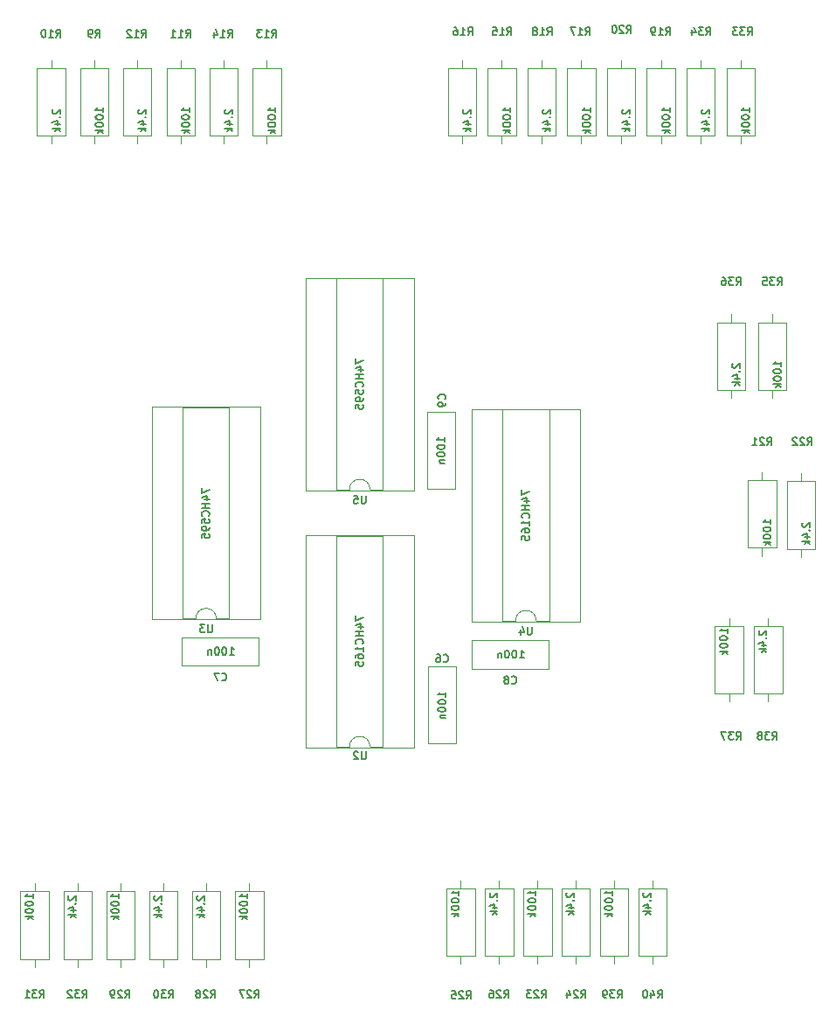
<source format=gbr>
G04 #@! TF.GenerationSoftware,KiCad,Pcbnew,(6.0.5)*
G04 #@! TF.CreationDate,2022-07-13T23:01:29-05:00*
G04 #@! TF.ProjectId,QuantizerFront,5175616e-7469-47a6-9572-46726f6e742e,rev?*
G04 #@! TF.SameCoordinates,Original*
G04 #@! TF.FileFunction,Legend,Bot*
G04 #@! TF.FilePolarity,Positive*
%FSLAX46Y46*%
G04 Gerber Fmt 4.6, Leading zero omitted, Abs format (unit mm)*
G04 Created by KiCad (PCBNEW (6.0.5)) date 2022-07-13 23:01:29*
%MOMM*%
%LPD*%
G01*
G04 APERTURE LIST*
%ADD10C,0.150000*%
%ADD11C,0.120000*%
G04 APERTURE END LIST*
D10*
G04 #@! TO.C,R26*
X113982142Y-146839285D02*
X114232142Y-146482142D01*
X114410714Y-146839285D02*
X114410714Y-146089285D01*
X114125000Y-146089285D01*
X114053571Y-146125000D01*
X114017857Y-146160714D01*
X113982142Y-146232142D01*
X113982142Y-146339285D01*
X114017857Y-146410714D01*
X114053571Y-146446428D01*
X114125000Y-146482142D01*
X114410714Y-146482142D01*
X113696428Y-146160714D02*
X113660714Y-146125000D01*
X113589285Y-146089285D01*
X113410714Y-146089285D01*
X113339285Y-146125000D01*
X113303571Y-146160714D01*
X113267857Y-146232142D01*
X113267857Y-146303571D01*
X113303571Y-146410714D01*
X113732142Y-146839285D01*
X113267857Y-146839285D01*
X112625000Y-146089285D02*
X112767857Y-146089285D01*
X112839285Y-146125000D01*
X112875000Y-146160714D01*
X112946428Y-146267857D01*
X112982142Y-146410714D01*
X112982142Y-146696428D01*
X112946428Y-146767857D01*
X112910714Y-146803571D01*
X112839285Y-146839285D01*
X112696428Y-146839285D01*
X112625000Y-146803571D01*
X112589285Y-146767857D01*
X112553571Y-146696428D01*
X112553571Y-146517857D01*
X112589285Y-146446428D01*
X112625000Y-146410714D01*
X112696428Y-146375000D01*
X112839285Y-146375000D01*
X112910714Y-146410714D01*
X112946428Y-146446428D01*
X112982142Y-146517857D01*
X112672714Y-136668428D02*
X112637000Y-136704142D01*
X112601285Y-136775571D01*
X112601285Y-136954142D01*
X112637000Y-137025571D01*
X112672714Y-137061285D01*
X112744142Y-137097000D01*
X112815571Y-137097000D01*
X112922714Y-137061285D01*
X113351285Y-136632714D01*
X113351285Y-137097000D01*
X113279857Y-137418428D02*
X113315571Y-137454142D01*
X113351285Y-137418428D01*
X113315571Y-137382714D01*
X113279857Y-137418428D01*
X113351285Y-137418428D01*
X112851285Y-138097000D02*
X113351285Y-138097000D01*
X112565571Y-137918428D02*
X113101285Y-137739857D01*
X113101285Y-138204142D01*
X113351285Y-138489857D02*
X112601285Y-138489857D01*
X113065571Y-138561285D02*
X113351285Y-138775571D01*
X112851285Y-138775571D02*
X113137000Y-138489857D01*
G04 #@! TO.C,C8*
X114725000Y-116367857D02*
X114760714Y-116403571D01*
X114867857Y-116439285D01*
X114939285Y-116439285D01*
X115046428Y-116403571D01*
X115117857Y-116332142D01*
X115153571Y-116260714D01*
X115189285Y-116117857D01*
X115189285Y-116010714D01*
X115153571Y-115867857D01*
X115117857Y-115796428D01*
X115046428Y-115725000D01*
X114939285Y-115689285D01*
X114867857Y-115689285D01*
X114760714Y-115725000D01*
X114725000Y-115760714D01*
X114296428Y-116010714D02*
X114367857Y-115975000D01*
X114403571Y-115939285D01*
X114439285Y-115867857D01*
X114439285Y-115832142D01*
X114403571Y-115760714D01*
X114367857Y-115725000D01*
X114296428Y-115689285D01*
X114153571Y-115689285D01*
X114082142Y-115725000D01*
X114046428Y-115760714D01*
X114010714Y-115832142D01*
X114010714Y-115867857D01*
X114046428Y-115939285D01*
X114082142Y-115975000D01*
X114153571Y-116010714D01*
X114296428Y-116010714D01*
X114367857Y-116046428D01*
X114403571Y-116082142D01*
X114439285Y-116153571D01*
X114439285Y-116296428D01*
X114403571Y-116367857D01*
X114367857Y-116403571D01*
X114296428Y-116439285D01*
X114153571Y-116439285D01*
X114082142Y-116403571D01*
X114046428Y-116367857D01*
X114010714Y-116296428D01*
X114010714Y-116153571D01*
X114046428Y-116082142D01*
X114082142Y-116046428D01*
X114153571Y-116010714D01*
X115479285Y-113939285D02*
X115907857Y-113939285D01*
X115693571Y-113939285D02*
X115693571Y-113189285D01*
X115765000Y-113296428D01*
X115836428Y-113367857D01*
X115907857Y-113403571D01*
X115015000Y-113189285D02*
X114943571Y-113189285D01*
X114872142Y-113225000D01*
X114836428Y-113260714D01*
X114800714Y-113332142D01*
X114765000Y-113475000D01*
X114765000Y-113653571D01*
X114800714Y-113796428D01*
X114836428Y-113867857D01*
X114872142Y-113903571D01*
X114943571Y-113939285D01*
X115015000Y-113939285D01*
X115086428Y-113903571D01*
X115122142Y-113867857D01*
X115157857Y-113796428D01*
X115193571Y-113653571D01*
X115193571Y-113475000D01*
X115157857Y-113332142D01*
X115122142Y-113260714D01*
X115086428Y-113225000D01*
X115015000Y-113189285D01*
X114300714Y-113189285D02*
X114229285Y-113189285D01*
X114157857Y-113225000D01*
X114122142Y-113260714D01*
X114086428Y-113332142D01*
X114050714Y-113475000D01*
X114050714Y-113653571D01*
X114086428Y-113796428D01*
X114122142Y-113867857D01*
X114157857Y-113903571D01*
X114229285Y-113939285D01*
X114300714Y-113939285D01*
X114372142Y-113903571D01*
X114407857Y-113867857D01*
X114443571Y-113796428D01*
X114479285Y-113653571D01*
X114479285Y-113475000D01*
X114443571Y-113332142D01*
X114407857Y-113260714D01*
X114372142Y-113225000D01*
X114300714Y-113189285D01*
X113729285Y-113439285D02*
X113729285Y-113939285D01*
X113729285Y-113510714D02*
X113693571Y-113475000D01*
X113622142Y-113439285D01*
X113515000Y-113439285D01*
X113443571Y-113475000D01*
X113407857Y-113546428D01*
X113407857Y-113939285D01*
G04 #@! TO.C,R33*
X137582152Y-53639285D02*
X137832152Y-53282142D01*
X138010724Y-53639285D02*
X138010724Y-52889285D01*
X137725010Y-52889285D01*
X137653581Y-52925000D01*
X137617867Y-52960714D01*
X137582152Y-53032142D01*
X137582152Y-53139285D01*
X137617867Y-53210714D01*
X137653581Y-53246428D01*
X137725010Y-53282142D01*
X138010724Y-53282142D01*
X137332152Y-52889285D02*
X136867867Y-52889285D01*
X137117867Y-53175000D01*
X137010724Y-53175000D01*
X136939295Y-53210714D01*
X136903581Y-53246428D01*
X136867867Y-53317857D01*
X136867867Y-53496428D01*
X136903581Y-53567857D01*
X136939295Y-53603571D01*
X137010724Y-53639285D01*
X137225010Y-53639285D01*
X137296438Y-53603571D01*
X137332152Y-53567857D01*
X136617867Y-52889285D02*
X136153581Y-52889285D01*
X136403581Y-53175000D01*
X136296438Y-53175000D01*
X136225010Y-53210714D01*
X136189295Y-53246428D01*
X136153581Y-53317857D01*
X136153581Y-53496428D01*
X136189295Y-53567857D01*
X136225010Y-53603571D01*
X136296438Y-53639285D01*
X136510724Y-53639285D01*
X136582152Y-53603571D01*
X136617867Y-53567857D01*
X137761585Y-61074428D02*
X137761585Y-60645857D01*
X137761585Y-60860142D02*
X137011585Y-60860142D01*
X137118728Y-60788714D01*
X137190157Y-60717285D01*
X137225871Y-60645857D01*
X137011585Y-61538714D02*
X137011585Y-61610142D01*
X137047300Y-61681571D01*
X137083014Y-61717285D01*
X137154442Y-61753000D01*
X137297300Y-61788714D01*
X137475871Y-61788714D01*
X137618728Y-61753000D01*
X137690157Y-61717285D01*
X137725871Y-61681571D01*
X137761585Y-61610142D01*
X137761585Y-61538714D01*
X137725871Y-61467285D01*
X137690157Y-61431571D01*
X137618728Y-61395857D01*
X137475871Y-61360142D01*
X137297300Y-61360142D01*
X137154442Y-61395857D01*
X137083014Y-61431571D01*
X137047300Y-61467285D01*
X137011585Y-61538714D01*
X137011585Y-62253000D02*
X137011585Y-62324428D01*
X137047300Y-62395857D01*
X137083014Y-62431571D01*
X137154442Y-62467285D01*
X137297300Y-62503000D01*
X137475871Y-62503000D01*
X137618728Y-62467285D01*
X137690157Y-62431571D01*
X137725871Y-62395857D01*
X137761585Y-62324428D01*
X137761585Y-62253000D01*
X137725871Y-62181571D01*
X137690157Y-62145857D01*
X137618728Y-62110142D01*
X137475871Y-62074428D01*
X137297300Y-62074428D01*
X137154442Y-62110142D01*
X137083014Y-62145857D01*
X137047300Y-62181571D01*
X137011585Y-62253000D01*
X137761585Y-62824428D02*
X137011585Y-62824428D01*
X137475871Y-62895857D02*
X137761585Y-63110142D01*
X137261585Y-63110142D02*
X137547300Y-62824428D01*
G04 #@! TO.C,R22*
X143382142Y-93339285D02*
X143632142Y-92982142D01*
X143810714Y-93339285D02*
X143810714Y-92589285D01*
X143525000Y-92589285D01*
X143453571Y-92625000D01*
X143417857Y-92660714D01*
X143382142Y-92732142D01*
X143382142Y-92839285D01*
X143417857Y-92910714D01*
X143453571Y-92946428D01*
X143525000Y-92982142D01*
X143810714Y-92982142D01*
X143096428Y-92660714D02*
X143060714Y-92625000D01*
X142989285Y-92589285D01*
X142810714Y-92589285D01*
X142739285Y-92625000D01*
X142703571Y-92660714D01*
X142667857Y-92732142D01*
X142667857Y-92803571D01*
X142703571Y-92910714D01*
X143132142Y-93339285D01*
X142667857Y-93339285D01*
X142382142Y-92660714D02*
X142346428Y-92625000D01*
X142275000Y-92589285D01*
X142096428Y-92589285D01*
X142025000Y-92625000D01*
X141989285Y-92660714D01*
X141953571Y-92732142D01*
X141953571Y-92803571D01*
X141989285Y-92910714D01*
X142417857Y-93339285D01*
X141953571Y-93339285D01*
X142968714Y-100824428D02*
X142933000Y-100860142D01*
X142897285Y-100931571D01*
X142897285Y-101110142D01*
X142933000Y-101181571D01*
X142968714Y-101217285D01*
X143040142Y-101253000D01*
X143111571Y-101253000D01*
X143218714Y-101217285D01*
X143647285Y-100788714D01*
X143647285Y-101253000D01*
X143575857Y-101574428D02*
X143611571Y-101610142D01*
X143647285Y-101574428D01*
X143611571Y-101538714D01*
X143575857Y-101574428D01*
X143647285Y-101574428D01*
X143147285Y-102253000D02*
X143647285Y-102253000D01*
X142861571Y-102074428D02*
X143397285Y-101895857D01*
X143397285Y-102360142D01*
X143647285Y-102645857D02*
X142897285Y-102645857D01*
X143361571Y-102717285D02*
X143647285Y-102931571D01*
X143147285Y-102931571D02*
X143433000Y-102645857D01*
G04 #@! TO.C,R19*
X129682142Y-53639285D02*
X129932142Y-53282142D01*
X130110714Y-53639285D02*
X130110714Y-52889285D01*
X129825000Y-52889285D01*
X129753571Y-52925000D01*
X129717857Y-52960714D01*
X129682142Y-53032142D01*
X129682142Y-53139285D01*
X129717857Y-53210714D01*
X129753571Y-53246428D01*
X129825000Y-53282142D01*
X130110714Y-53282142D01*
X128967857Y-53639285D02*
X129396428Y-53639285D01*
X129182142Y-53639285D02*
X129182142Y-52889285D01*
X129253571Y-52996428D01*
X129325000Y-53067857D01*
X129396428Y-53103571D01*
X128610714Y-53639285D02*
X128467857Y-53639285D01*
X128396428Y-53603571D01*
X128360714Y-53567857D01*
X128289285Y-53460714D01*
X128253571Y-53317857D01*
X128253571Y-53032142D01*
X128289285Y-52960714D01*
X128325000Y-52925000D01*
X128396428Y-52889285D01*
X128539285Y-52889285D01*
X128610714Y-52925000D01*
X128646428Y-52960714D01*
X128682142Y-53032142D01*
X128682142Y-53210714D01*
X128646428Y-53282142D01*
X128610714Y-53317857D01*
X128539285Y-53353571D01*
X128396428Y-53353571D01*
X128325000Y-53317857D01*
X128289285Y-53282142D01*
X128253571Y-53210714D01*
X130047285Y-61074428D02*
X130047285Y-60645857D01*
X130047285Y-60860142D02*
X129297285Y-60860142D01*
X129404428Y-60788714D01*
X129475857Y-60717285D01*
X129511571Y-60645857D01*
X129297285Y-61538714D02*
X129297285Y-61610142D01*
X129333000Y-61681571D01*
X129368714Y-61717285D01*
X129440142Y-61753000D01*
X129583000Y-61788714D01*
X129761571Y-61788714D01*
X129904428Y-61753000D01*
X129975857Y-61717285D01*
X130011571Y-61681571D01*
X130047285Y-61610142D01*
X130047285Y-61538714D01*
X130011571Y-61467285D01*
X129975857Y-61431571D01*
X129904428Y-61395857D01*
X129761571Y-61360142D01*
X129583000Y-61360142D01*
X129440142Y-61395857D01*
X129368714Y-61431571D01*
X129333000Y-61467285D01*
X129297285Y-61538714D01*
X129297285Y-62253000D02*
X129297285Y-62324428D01*
X129333000Y-62395857D01*
X129368714Y-62431571D01*
X129440142Y-62467285D01*
X129583000Y-62503000D01*
X129761571Y-62503000D01*
X129904428Y-62467285D01*
X129975857Y-62431571D01*
X130011571Y-62395857D01*
X130047285Y-62324428D01*
X130047285Y-62253000D01*
X130011571Y-62181571D01*
X129975857Y-62145857D01*
X129904428Y-62110142D01*
X129761571Y-62074428D01*
X129583000Y-62074428D01*
X129440142Y-62110142D01*
X129368714Y-62145857D01*
X129333000Y-62181571D01*
X129297285Y-62253000D01*
X130047285Y-62824428D02*
X129297285Y-62824428D01*
X129761571Y-62895857D02*
X130047285Y-63110142D01*
X129547285Y-63110142D02*
X129833000Y-62824428D01*
G04 #@! TO.C,R18*
X118182168Y-53639285D02*
X118432168Y-53282142D01*
X118610740Y-53639285D02*
X118610740Y-52889285D01*
X118325026Y-52889285D01*
X118253597Y-52925000D01*
X118217883Y-52960714D01*
X118182168Y-53032142D01*
X118182168Y-53139285D01*
X118217883Y-53210714D01*
X118253597Y-53246428D01*
X118325026Y-53282142D01*
X118610740Y-53282142D01*
X117467883Y-53639285D02*
X117896454Y-53639285D01*
X117682168Y-53639285D02*
X117682168Y-52889285D01*
X117753597Y-52996428D01*
X117825026Y-53067857D01*
X117896454Y-53103571D01*
X117039311Y-53210714D02*
X117110740Y-53175000D01*
X117146454Y-53139285D01*
X117182168Y-53067857D01*
X117182168Y-53032142D01*
X117146454Y-52960714D01*
X117110740Y-52925000D01*
X117039311Y-52889285D01*
X116896454Y-52889285D01*
X116825026Y-52925000D01*
X116789311Y-52960714D01*
X116753597Y-53032142D01*
X116753597Y-53067857D01*
X116789311Y-53139285D01*
X116825026Y-53175000D01*
X116896454Y-53210714D01*
X117039311Y-53210714D01*
X117110740Y-53246428D01*
X117146454Y-53282142D01*
X117182168Y-53353571D01*
X117182168Y-53496428D01*
X117146454Y-53567857D01*
X117110740Y-53603571D01*
X117039311Y-53639285D01*
X116896454Y-53639285D01*
X116825026Y-53603571D01*
X116789311Y-53567857D01*
X116753597Y-53496428D01*
X116753597Y-53353571D01*
X116789311Y-53282142D01*
X116825026Y-53246428D01*
X116896454Y-53210714D01*
X117797314Y-60824428D02*
X117761600Y-60860142D01*
X117725885Y-60931571D01*
X117725885Y-61110142D01*
X117761600Y-61181571D01*
X117797314Y-61217285D01*
X117868742Y-61253000D01*
X117940171Y-61253000D01*
X118047314Y-61217285D01*
X118475885Y-60788714D01*
X118475885Y-61253000D01*
X118404457Y-61574428D02*
X118440171Y-61610142D01*
X118475885Y-61574428D01*
X118440171Y-61538714D01*
X118404457Y-61574428D01*
X118475885Y-61574428D01*
X117975885Y-62253000D02*
X118475885Y-62253000D01*
X117690171Y-62074428D02*
X118225885Y-61895857D01*
X118225885Y-62360142D01*
X118475885Y-62645857D02*
X117725885Y-62645857D01*
X118190171Y-62717285D02*
X118475885Y-62931571D01*
X117975885Y-62931571D02*
X118261600Y-62645857D01*
G04 #@! TO.C,U3*
X85681428Y-110719285D02*
X85681428Y-111326428D01*
X85645714Y-111397857D01*
X85610000Y-111433571D01*
X85538571Y-111469285D01*
X85395714Y-111469285D01*
X85324285Y-111433571D01*
X85288571Y-111397857D01*
X85252857Y-111326428D01*
X85252857Y-110719285D01*
X84967142Y-110719285D02*
X84502857Y-110719285D01*
X84752857Y-111005000D01*
X84645714Y-111005000D01*
X84574285Y-111040714D01*
X84538571Y-111076428D01*
X84502857Y-111147857D01*
X84502857Y-111326428D01*
X84538571Y-111397857D01*
X84574285Y-111433571D01*
X84645714Y-111469285D01*
X84860000Y-111469285D01*
X84931428Y-111433571D01*
X84967142Y-111397857D01*
X84699285Y-97463571D02*
X84699285Y-97963571D01*
X85449285Y-97642142D01*
X84949285Y-98570714D02*
X85449285Y-98570714D01*
X84663571Y-98392142D02*
X85199285Y-98213571D01*
X85199285Y-98677857D01*
X85449285Y-98963571D02*
X84699285Y-98963571D01*
X85056428Y-98963571D02*
X85056428Y-99392142D01*
X85449285Y-99392142D02*
X84699285Y-99392142D01*
X85377857Y-100177857D02*
X85413571Y-100142142D01*
X85449285Y-100035000D01*
X85449285Y-99963571D01*
X85413571Y-99856428D01*
X85342142Y-99785000D01*
X85270714Y-99749285D01*
X85127857Y-99713571D01*
X85020714Y-99713571D01*
X84877857Y-99749285D01*
X84806428Y-99785000D01*
X84735000Y-99856428D01*
X84699285Y-99963571D01*
X84699285Y-100035000D01*
X84735000Y-100142142D01*
X84770714Y-100177857D01*
X84699285Y-100856428D02*
X84699285Y-100499285D01*
X85056428Y-100463571D01*
X85020714Y-100499285D01*
X84985000Y-100570714D01*
X84985000Y-100749285D01*
X85020714Y-100820714D01*
X85056428Y-100856428D01*
X85127857Y-100892142D01*
X85306428Y-100892142D01*
X85377857Y-100856428D01*
X85413571Y-100820714D01*
X85449285Y-100749285D01*
X85449285Y-100570714D01*
X85413571Y-100499285D01*
X85377857Y-100463571D01*
X85449285Y-101249285D02*
X85449285Y-101392142D01*
X85413571Y-101463571D01*
X85377857Y-101499285D01*
X85270714Y-101570714D01*
X85127857Y-101606428D01*
X84842142Y-101606428D01*
X84770714Y-101570714D01*
X84735000Y-101535000D01*
X84699285Y-101463571D01*
X84699285Y-101320714D01*
X84735000Y-101249285D01*
X84770714Y-101213571D01*
X84842142Y-101177857D01*
X85020714Y-101177857D01*
X85092142Y-101213571D01*
X85127857Y-101249285D01*
X85163571Y-101320714D01*
X85163571Y-101463571D01*
X85127857Y-101535000D01*
X85092142Y-101570714D01*
X85020714Y-101606428D01*
X84699285Y-102285000D02*
X84699285Y-101927857D01*
X85056428Y-101892142D01*
X85020714Y-101927857D01*
X84985000Y-101999285D01*
X84985000Y-102177857D01*
X85020714Y-102249285D01*
X85056428Y-102285000D01*
X85127857Y-102320714D01*
X85306428Y-102320714D01*
X85377857Y-102285000D01*
X85413571Y-102249285D01*
X85449285Y-102177857D01*
X85449285Y-101999285D01*
X85413571Y-101927857D01*
X85377857Y-101892142D01*
G04 #@! TO.C,R17*
X121901142Y-53639285D02*
X122151142Y-53282142D01*
X122329714Y-53639285D02*
X122329714Y-52889285D01*
X122044000Y-52889285D01*
X121972571Y-52925000D01*
X121936857Y-52960714D01*
X121901142Y-53032142D01*
X121901142Y-53139285D01*
X121936857Y-53210714D01*
X121972571Y-53246428D01*
X122044000Y-53282142D01*
X122329714Y-53282142D01*
X121186857Y-53639285D02*
X121615428Y-53639285D01*
X121401142Y-53639285D02*
X121401142Y-52889285D01*
X121472571Y-52996428D01*
X121544000Y-53067857D01*
X121615428Y-53103571D01*
X120936857Y-52889285D02*
X120436857Y-52889285D01*
X120758285Y-53639285D01*
X122332985Y-61074428D02*
X122332985Y-60645857D01*
X122332985Y-60860142D02*
X121582985Y-60860142D01*
X121690128Y-60788714D01*
X121761557Y-60717285D01*
X121797271Y-60645857D01*
X121582985Y-61538714D02*
X121582985Y-61610142D01*
X121618700Y-61681571D01*
X121654414Y-61717285D01*
X121725842Y-61753000D01*
X121868700Y-61788714D01*
X122047271Y-61788714D01*
X122190128Y-61753000D01*
X122261557Y-61717285D01*
X122297271Y-61681571D01*
X122332985Y-61610142D01*
X122332985Y-61538714D01*
X122297271Y-61467285D01*
X122261557Y-61431571D01*
X122190128Y-61395857D01*
X122047271Y-61360142D01*
X121868700Y-61360142D01*
X121725842Y-61395857D01*
X121654414Y-61431571D01*
X121618700Y-61467285D01*
X121582985Y-61538714D01*
X121582985Y-62253000D02*
X121582985Y-62324428D01*
X121618700Y-62395857D01*
X121654414Y-62431571D01*
X121725842Y-62467285D01*
X121868700Y-62503000D01*
X122047271Y-62503000D01*
X122190128Y-62467285D01*
X122261557Y-62431571D01*
X122297271Y-62395857D01*
X122332985Y-62324428D01*
X122332985Y-62253000D01*
X122297271Y-62181571D01*
X122261557Y-62145857D01*
X122190128Y-62110142D01*
X122047271Y-62074428D01*
X121868700Y-62074428D01*
X121725842Y-62110142D01*
X121654414Y-62145857D01*
X121618700Y-62181571D01*
X121582985Y-62253000D01*
X122332985Y-62824428D02*
X121582985Y-62824428D01*
X122047271Y-62895857D02*
X122332985Y-63110142D01*
X121832985Y-63110142D02*
X122118700Y-62824428D01*
G04 #@! TO.C,R34*
X133582100Y-53639285D02*
X133832100Y-53282142D01*
X134010672Y-53639285D02*
X134010672Y-52889285D01*
X133724958Y-52889285D01*
X133653529Y-52925000D01*
X133617815Y-52960714D01*
X133582100Y-53032142D01*
X133582100Y-53139285D01*
X133617815Y-53210714D01*
X133653529Y-53246428D01*
X133724958Y-53282142D01*
X134010672Y-53282142D01*
X133332100Y-52889285D02*
X132867815Y-52889285D01*
X133117815Y-53175000D01*
X133010672Y-53175000D01*
X132939243Y-53210714D01*
X132903529Y-53246428D01*
X132867815Y-53317857D01*
X132867815Y-53496428D01*
X132903529Y-53567857D01*
X132939243Y-53603571D01*
X133010672Y-53639285D01*
X133224958Y-53639285D01*
X133296386Y-53603571D01*
X133332100Y-53567857D01*
X132224958Y-53139285D02*
X132224958Y-53639285D01*
X132403529Y-52853571D02*
X132582100Y-53389285D01*
X132117815Y-53389285D01*
X133225814Y-60824428D02*
X133190100Y-60860142D01*
X133154385Y-60931571D01*
X133154385Y-61110142D01*
X133190100Y-61181571D01*
X133225814Y-61217285D01*
X133297242Y-61253000D01*
X133368671Y-61253000D01*
X133475814Y-61217285D01*
X133904385Y-60788714D01*
X133904385Y-61253000D01*
X133832957Y-61574428D02*
X133868671Y-61610142D01*
X133904385Y-61574428D01*
X133868671Y-61538714D01*
X133832957Y-61574428D01*
X133904385Y-61574428D01*
X133404385Y-62253000D02*
X133904385Y-62253000D01*
X133118671Y-62074428D02*
X133654385Y-61895857D01*
X133654385Y-62360142D01*
X133904385Y-62645857D02*
X133154385Y-62645857D01*
X133618671Y-62717285D02*
X133904385Y-62931571D01*
X133404385Y-62931571D02*
X133690100Y-62645857D01*
G04 #@! TO.C,R27*
X89782142Y-146839285D02*
X90032142Y-146482142D01*
X90210714Y-146839285D02*
X90210714Y-146089285D01*
X89925000Y-146089285D01*
X89853571Y-146125000D01*
X89817857Y-146160714D01*
X89782142Y-146232142D01*
X89782142Y-146339285D01*
X89817857Y-146410714D01*
X89853571Y-146446428D01*
X89925000Y-146482142D01*
X90210714Y-146482142D01*
X89496428Y-146160714D02*
X89460714Y-146125000D01*
X89389285Y-146089285D01*
X89210714Y-146089285D01*
X89139285Y-146125000D01*
X89103571Y-146160714D01*
X89067857Y-146232142D01*
X89067857Y-146303571D01*
X89103571Y-146410714D01*
X89532142Y-146839285D01*
X89067857Y-146839285D01*
X88817857Y-146089285D02*
X88317857Y-146089285D01*
X88639285Y-146839285D01*
X89131285Y-137218428D02*
X89131285Y-136789857D01*
X89131285Y-137004142D02*
X88381285Y-137004142D01*
X88488428Y-136932714D01*
X88559857Y-136861285D01*
X88595571Y-136789857D01*
X88381285Y-137682714D02*
X88381285Y-137754142D01*
X88417000Y-137825571D01*
X88452714Y-137861285D01*
X88524142Y-137897000D01*
X88667000Y-137932714D01*
X88845571Y-137932714D01*
X88988428Y-137897000D01*
X89059857Y-137861285D01*
X89095571Y-137825571D01*
X89131285Y-137754142D01*
X89131285Y-137682714D01*
X89095571Y-137611285D01*
X89059857Y-137575571D01*
X88988428Y-137539857D01*
X88845571Y-137504142D01*
X88667000Y-137504142D01*
X88524142Y-137539857D01*
X88452714Y-137575571D01*
X88417000Y-137611285D01*
X88381285Y-137682714D01*
X88381285Y-138397000D02*
X88381285Y-138468428D01*
X88417000Y-138539857D01*
X88452714Y-138575571D01*
X88524142Y-138611285D01*
X88667000Y-138647000D01*
X88845571Y-138647000D01*
X88988428Y-138611285D01*
X89059857Y-138575571D01*
X89095571Y-138539857D01*
X89131285Y-138468428D01*
X89131285Y-138397000D01*
X89095571Y-138325571D01*
X89059857Y-138289857D01*
X88988428Y-138254142D01*
X88845571Y-138218428D01*
X88667000Y-138218428D01*
X88524142Y-138254142D01*
X88452714Y-138289857D01*
X88417000Y-138325571D01*
X88381285Y-138397000D01*
X89131285Y-138968428D02*
X88381285Y-138968428D01*
X88845571Y-139039857D02*
X89131285Y-139254142D01*
X88631285Y-139254142D02*
X88917000Y-138968428D01*
G04 #@! TO.C,R14*
X87224342Y-53839285D02*
X87474342Y-53482142D01*
X87652914Y-53839285D02*
X87652914Y-53089285D01*
X87367200Y-53089285D01*
X87295771Y-53125000D01*
X87260057Y-53160714D01*
X87224342Y-53232142D01*
X87224342Y-53339285D01*
X87260057Y-53410714D01*
X87295771Y-53446428D01*
X87367200Y-53482142D01*
X87652914Y-53482142D01*
X86510057Y-53839285D02*
X86938628Y-53839285D01*
X86724342Y-53839285D02*
X86724342Y-53089285D01*
X86795771Y-53196428D01*
X86867200Y-53267857D01*
X86938628Y-53303571D01*
X85867200Y-53339285D02*
X85867200Y-53839285D01*
X86045771Y-53053571D02*
X86224342Y-53589285D01*
X85760057Y-53589285D01*
X86988714Y-60824428D02*
X86953000Y-60860142D01*
X86917285Y-60931571D01*
X86917285Y-61110142D01*
X86953000Y-61181571D01*
X86988714Y-61217285D01*
X87060142Y-61253000D01*
X87131571Y-61253000D01*
X87238714Y-61217285D01*
X87667285Y-60788714D01*
X87667285Y-61253000D01*
X87595857Y-61574428D02*
X87631571Y-61610142D01*
X87667285Y-61574428D01*
X87631571Y-61538714D01*
X87595857Y-61574428D01*
X87667285Y-61574428D01*
X87167285Y-62253000D02*
X87667285Y-62253000D01*
X86881571Y-62074428D02*
X87417285Y-61895857D01*
X87417285Y-62360142D01*
X87667285Y-62645857D02*
X86917285Y-62645857D01*
X87381571Y-62717285D02*
X87667285Y-62931571D01*
X87167285Y-62931571D02*
X87453000Y-62645857D01*
G04 #@! TO.C,R39*
X124982142Y-146839285D02*
X125232142Y-146482142D01*
X125410714Y-146839285D02*
X125410714Y-146089285D01*
X125125000Y-146089285D01*
X125053571Y-146125000D01*
X125017857Y-146160714D01*
X124982142Y-146232142D01*
X124982142Y-146339285D01*
X125017857Y-146410714D01*
X125053571Y-146446428D01*
X125125000Y-146482142D01*
X125410714Y-146482142D01*
X124732142Y-146089285D02*
X124267857Y-146089285D01*
X124517857Y-146375000D01*
X124410714Y-146375000D01*
X124339285Y-146410714D01*
X124303571Y-146446428D01*
X124267857Y-146517857D01*
X124267857Y-146696428D01*
X124303571Y-146767857D01*
X124339285Y-146803571D01*
X124410714Y-146839285D01*
X124625000Y-146839285D01*
X124696428Y-146803571D01*
X124732142Y-146767857D01*
X123910714Y-146839285D02*
X123767857Y-146839285D01*
X123696428Y-146803571D01*
X123660714Y-146767857D01*
X123589285Y-146660714D01*
X123553571Y-146517857D01*
X123553571Y-146232142D01*
X123589285Y-146160714D01*
X123625000Y-146125000D01*
X123696428Y-146089285D01*
X123839285Y-146089285D01*
X123910714Y-146125000D01*
X123946428Y-146160714D01*
X123982142Y-146232142D01*
X123982142Y-146410714D01*
X123946428Y-146482142D01*
X123910714Y-146517857D01*
X123839285Y-146553571D01*
X123696428Y-146553571D01*
X123625000Y-146517857D01*
X123589285Y-146482142D01*
X123553571Y-146410714D01*
X124511285Y-136918428D02*
X124511285Y-136489857D01*
X124511285Y-136704142D02*
X123761285Y-136704142D01*
X123868428Y-136632714D01*
X123939857Y-136561285D01*
X123975571Y-136489857D01*
X123761285Y-137382714D02*
X123761285Y-137454142D01*
X123797000Y-137525571D01*
X123832714Y-137561285D01*
X123904142Y-137597000D01*
X124047000Y-137632714D01*
X124225571Y-137632714D01*
X124368428Y-137597000D01*
X124439857Y-137561285D01*
X124475571Y-137525571D01*
X124511285Y-137454142D01*
X124511285Y-137382714D01*
X124475571Y-137311285D01*
X124439857Y-137275571D01*
X124368428Y-137239857D01*
X124225571Y-137204142D01*
X124047000Y-137204142D01*
X123904142Y-137239857D01*
X123832714Y-137275571D01*
X123797000Y-137311285D01*
X123761285Y-137382714D01*
X123761285Y-138097000D02*
X123761285Y-138168428D01*
X123797000Y-138239857D01*
X123832714Y-138275571D01*
X123904142Y-138311285D01*
X124047000Y-138347000D01*
X124225571Y-138347000D01*
X124368428Y-138311285D01*
X124439857Y-138275571D01*
X124475571Y-138239857D01*
X124511285Y-138168428D01*
X124511285Y-138097000D01*
X124475571Y-138025571D01*
X124439857Y-137989857D01*
X124368428Y-137954142D01*
X124225571Y-137918428D01*
X124047000Y-137918428D01*
X123904142Y-137954142D01*
X123832714Y-137989857D01*
X123797000Y-138025571D01*
X123761285Y-138097000D01*
X124511285Y-138668428D02*
X123761285Y-138668428D01*
X124225571Y-138739857D02*
X124511285Y-138954142D01*
X124011285Y-138954142D02*
X124297000Y-138668428D01*
G04 #@! TO.C,R32*
X73108842Y-146839285D02*
X73358842Y-146482142D01*
X73537414Y-146839285D02*
X73537414Y-146089285D01*
X73251700Y-146089285D01*
X73180271Y-146125000D01*
X73144557Y-146160714D01*
X73108842Y-146232142D01*
X73108842Y-146339285D01*
X73144557Y-146410714D01*
X73180271Y-146446428D01*
X73251700Y-146482142D01*
X73537414Y-146482142D01*
X72858842Y-146089285D02*
X72394557Y-146089285D01*
X72644557Y-146375000D01*
X72537414Y-146375000D01*
X72465985Y-146410714D01*
X72430271Y-146446428D01*
X72394557Y-146517857D01*
X72394557Y-146696428D01*
X72430271Y-146767857D01*
X72465985Y-146803571D01*
X72537414Y-146839285D01*
X72751700Y-146839285D01*
X72823128Y-146803571D01*
X72858842Y-146767857D01*
X72108842Y-146160714D02*
X72073128Y-146125000D01*
X72001700Y-146089285D01*
X71823128Y-146089285D01*
X71751700Y-146125000D01*
X71715985Y-146160714D01*
X71680271Y-146232142D01*
X71680271Y-146303571D01*
X71715985Y-146410714D01*
X72144557Y-146839285D01*
X71680271Y-146839285D01*
X71812714Y-136968428D02*
X71777000Y-137004142D01*
X71741285Y-137075571D01*
X71741285Y-137254142D01*
X71777000Y-137325571D01*
X71812714Y-137361285D01*
X71884142Y-137397000D01*
X71955571Y-137397000D01*
X72062714Y-137361285D01*
X72491285Y-136932714D01*
X72491285Y-137397000D01*
X72419857Y-137718428D02*
X72455571Y-137754142D01*
X72491285Y-137718428D01*
X72455571Y-137682714D01*
X72419857Y-137718428D01*
X72491285Y-137718428D01*
X71991285Y-138397000D02*
X72491285Y-138397000D01*
X71705571Y-138218428D02*
X72241285Y-138039857D01*
X72241285Y-138504142D01*
X72491285Y-138789857D02*
X71741285Y-138789857D01*
X72205571Y-138861285D02*
X72491285Y-139075571D01*
X71991285Y-139075571D02*
X72277000Y-138789857D01*
G04 #@! TO.C,R30*
X81482142Y-146839285D02*
X81732142Y-146482142D01*
X81910714Y-146839285D02*
X81910714Y-146089285D01*
X81625000Y-146089285D01*
X81553571Y-146125000D01*
X81517857Y-146160714D01*
X81482142Y-146232142D01*
X81482142Y-146339285D01*
X81517857Y-146410714D01*
X81553571Y-146446428D01*
X81625000Y-146482142D01*
X81910714Y-146482142D01*
X81232142Y-146089285D02*
X80767857Y-146089285D01*
X81017857Y-146375000D01*
X80910714Y-146375000D01*
X80839285Y-146410714D01*
X80803571Y-146446428D01*
X80767857Y-146517857D01*
X80767857Y-146696428D01*
X80803571Y-146767857D01*
X80839285Y-146803571D01*
X80910714Y-146839285D01*
X81125000Y-146839285D01*
X81196428Y-146803571D01*
X81232142Y-146767857D01*
X80303571Y-146089285D02*
X80232142Y-146089285D01*
X80160714Y-146125000D01*
X80125000Y-146160714D01*
X80089285Y-146232142D01*
X80053571Y-146375000D01*
X80053571Y-146553571D01*
X80089285Y-146696428D01*
X80125000Y-146767857D01*
X80160714Y-146803571D01*
X80232142Y-146839285D01*
X80303571Y-146839285D01*
X80375000Y-146803571D01*
X80410714Y-146767857D01*
X80446428Y-146696428D01*
X80482142Y-146553571D01*
X80482142Y-146375000D01*
X80446428Y-146232142D01*
X80410714Y-146160714D01*
X80375000Y-146125000D01*
X80303571Y-146089285D01*
X80132714Y-136968428D02*
X80097000Y-137004142D01*
X80061285Y-137075571D01*
X80061285Y-137254142D01*
X80097000Y-137325571D01*
X80132714Y-137361285D01*
X80204142Y-137397000D01*
X80275571Y-137397000D01*
X80382714Y-137361285D01*
X80811285Y-136932714D01*
X80811285Y-137397000D01*
X80739857Y-137718428D02*
X80775571Y-137754142D01*
X80811285Y-137718428D01*
X80775571Y-137682714D01*
X80739857Y-137718428D01*
X80811285Y-137718428D01*
X80311285Y-138397000D02*
X80811285Y-138397000D01*
X80025571Y-138218428D02*
X80561285Y-138039857D01*
X80561285Y-138504142D01*
X80811285Y-138789857D02*
X80061285Y-138789857D01*
X80525571Y-138861285D02*
X80811285Y-139075571D01*
X80311285Y-139075571D02*
X80597000Y-138789857D01*
G04 #@! TO.C,R12*
X78853242Y-53839285D02*
X79103242Y-53482142D01*
X79281814Y-53839285D02*
X79281814Y-53089285D01*
X78996100Y-53089285D01*
X78924671Y-53125000D01*
X78888957Y-53160714D01*
X78853242Y-53232142D01*
X78853242Y-53339285D01*
X78888957Y-53410714D01*
X78924671Y-53446428D01*
X78996100Y-53482142D01*
X79281814Y-53482142D01*
X78138957Y-53839285D02*
X78567528Y-53839285D01*
X78353242Y-53839285D02*
X78353242Y-53089285D01*
X78424671Y-53196428D01*
X78496100Y-53267857D01*
X78567528Y-53303571D01*
X77853242Y-53160714D02*
X77817528Y-53125000D01*
X77746100Y-53089285D01*
X77567528Y-53089285D01*
X77496100Y-53125000D01*
X77460385Y-53160714D01*
X77424671Y-53232142D01*
X77424671Y-53303571D01*
X77460385Y-53410714D01*
X77888957Y-53839285D01*
X77424671Y-53839285D01*
X78628714Y-60824428D02*
X78593000Y-60860142D01*
X78557285Y-60931571D01*
X78557285Y-61110142D01*
X78593000Y-61181571D01*
X78628714Y-61217285D01*
X78700142Y-61253000D01*
X78771571Y-61253000D01*
X78878714Y-61217285D01*
X79307285Y-60788714D01*
X79307285Y-61253000D01*
X79235857Y-61574428D02*
X79271571Y-61610142D01*
X79307285Y-61574428D01*
X79271571Y-61538714D01*
X79235857Y-61574428D01*
X79307285Y-61574428D01*
X78807285Y-62253000D02*
X79307285Y-62253000D01*
X78521571Y-62074428D02*
X79057285Y-61895857D01*
X79057285Y-62360142D01*
X79307285Y-62645857D02*
X78557285Y-62645857D01*
X79021571Y-62717285D02*
X79307285Y-62931571D01*
X78807285Y-62931571D02*
X79093000Y-62645857D01*
G04 #@! TO.C,U2*
X100581428Y-122989285D02*
X100581428Y-123596428D01*
X100545714Y-123667857D01*
X100510000Y-123703571D01*
X100438571Y-123739285D01*
X100295714Y-123739285D01*
X100224285Y-123703571D01*
X100188571Y-123667857D01*
X100152857Y-123596428D01*
X100152857Y-122989285D01*
X99831428Y-123060714D02*
X99795714Y-123025000D01*
X99724285Y-122989285D01*
X99545714Y-122989285D01*
X99474285Y-123025000D01*
X99438571Y-123060714D01*
X99402857Y-123132142D01*
X99402857Y-123203571D01*
X99438571Y-123310714D01*
X99867142Y-123739285D01*
X99402857Y-123739285D01*
X99599285Y-109863571D02*
X99599285Y-110363571D01*
X100349285Y-110042142D01*
X99849285Y-110970714D02*
X100349285Y-110970714D01*
X99563571Y-110792142D02*
X100099285Y-110613571D01*
X100099285Y-111077857D01*
X100349285Y-111363571D02*
X99599285Y-111363571D01*
X99956428Y-111363571D02*
X99956428Y-111792142D01*
X100349285Y-111792142D02*
X99599285Y-111792142D01*
X100277857Y-112577857D02*
X100313571Y-112542142D01*
X100349285Y-112435000D01*
X100349285Y-112363571D01*
X100313571Y-112256428D01*
X100242142Y-112185000D01*
X100170714Y-112149285D01*
X100027857Y-112113571D01*
X99920714Y-112113571D01*
X99777857Y-112149285D01*
X99706428Y-112185000D01*
X99635000Y-112256428D01*
X99599285Y-112363571D01*
X99599285Y-112435000D01*
X99635000Y-112542142D01*
X99670714Y-112577857D01*
X100349285Y-113292142D02*
X100349285Y-112863571D01*
X100349285Y-113077857D02*
X99599285Y-113077857D01*
X99706428Y-113006428D01*
X99777857Y-112935000D01*
X99813571Y-112863571D01*
X99599285Y-113935000D02*
X99599285Y-113792142D01*
X99635000Y-113720714D01*
X99670714Y-113685000D01*
X99777857Y-113613571D01*
X99920714Y-113577857D01*
X100206428Y-113577857D01*
X100277857Y-113613571D01*
X100313571Y-113649285D01*
X100349285Y-113720714D01*
X100349285Y-113863571D01*
X100313571Y-113935000D01*
X100277857Y-113970714D01*
X100206428Y-114006428D01*
X100027857Y-114006428D01*
X99956428Y-113970714D01*
X99920714Y-113935000D01*
X99885000Y-113863571D01*
X99885000Y-113720714D01*
X99920714Y-113649285D01*
X99956428Y-113613571D01*
X100027857Y-113577857D01*
X99599285Y-114685000D02*
X99599285Y-114327857D01*
X99956428Y-114292142D01*
X99920714Y-114327857D01*
X99885000Y-114399285D01*
X99885000Y-114577857D01*
X99920714Y-114649285D01*
X99956428Y-114685000D01*
X100027857Y-114720714D01*
X100206428Y-114720714D01*
X100277857Y-114685000D01*
X100313571Y-114649285D01*
X100349285Y-114577857D01*
X100349285Y-114399285D01*
X100313571Y-114327857D01*
X100277857Y-114292142D01*
G04 #@! TO.C,R31*
X68982142Y-146839285D02*
X69232142Y-146482142D01*
X69410714Y-146839285D02*
X69410714Y-146089285D01*
X69125000Y-146089285D01*
X69053571Y-146125000D01*
X69017857Y-146160714D01*
X68982142Y-146232142D01*
X68982142Y-146339285D01*
X69017857Y-146410714D01*
X69053571Y-146446428D01*
X69125000Y-146482142D01*
X69410714Y-146482142D01*
X68732142Y-146089285D02*
X68267857Y-146089285D01*
X68517857Y-146375000D01*
X68410714Y-146375000D01*
X68339285Y-146410714D01*
X68303571Y-146446428D01*
X68267857Y-146517857D01*
X68267857Y-146696428D01*
X68303571Y-146767857D01*
X68339285Y-146803571D01*
X68410714Y-146839285D01*
X68625000Y-146839285D01*
X68696428Y-146803571D01*
X68732142Y-146767857D01*
X67553571Y-146839285D02*
X67982142Y-146839285D01*
X67767857Y-146839285D02*
X67767857Y-146089285D01*
X67839285Y-146196428D01*
X67910714Y-146267857D01*
X67982142Y-146303571D01*
X68331285Y-137218428D02*
X68331285Y-136789857D01*
X68331285Y-137004142D02*
X67581285Y-137004142D01*
X67688428Y-136932714D01*
X67759857Y-136861285D01*
X67795571Y-136789857D01*
X67581285Y-137682714D02*
X67581285Y-137754142D01*
X67617000Y-137825571D01*
X67652714Y-137861285D01*
X67724142Y-137897000D01*
X67867000Y-137932714D01*
X68045571Y-137932714D01*
X68188428Y-137897000D01*
X68259857Y-137861285D01*
X68295571Y-137825571D01*
X68331285Y-137754142D01*
X68331285Y-137682714D01*
X68295571Y-137611285D01*
X68259857Y-137575571D01*
X68188428Y-137539857D01*
X68045571Y-137504142D01*
X67867000Y-137504142D01*
X67724142Y-137539857D01*
X67652714Y-137575571D01*
X67617000Y-137611285D01*
X67581285Y-137682714D01*
X67581285Y-138397000D02*
X67581285Y-138468428D01*
X67617000Y-138539857D01*
X67652714Y-138575571D01*
X67724142Y-138611285D01*
X67867000Y-138647000D01*
X68045571Y-138647000D01*
X68188428Y-138611285D01*
X68259857Y-138575571D01*
X68295571Y-138539857D01*
X68331285Y-138468428D01*
X68331285Y-138397000D01*
X68295571Y-138325571D01*
X68259857Y-138289857D01*
X68188428Y-138254142D01*
X68045571Y-138218428D01*
X67867000Y-138218428D01*
X67724142Y-138254142D01*
X67652714Y-138289857D01*
X67617000Y-138325571D01*
X67581285Y-138397000D01*
X68331285Y-138968428D02*
X67581285Y-138968428D01*
X68045571Y-139039857D02*
X68331285Y-139254142D01*
X67831285Y-139254142D02*
X68117000Y-138968428D01*
G04 #@! TO.C,R35*
X140482142Y-77839285D02*
X140732142Y-77482142D01*
X140910714Y-77839285D02*
X140910714Y-77089285D01*
X140625000Y-77089285D01*
X140553571Y-77125000D01*
X140517857Y-77160714D01*
X140482142Y-77232142D01*
X140482142Y-77339285D01*
X140517857Y-77410714D01*
X140553571Y-77446428D01*
X140625000Y-77482142D01*
X140910714Y-77482142D01*
X140232142Y-77089285D02*
X139767857Y-77089285D01*
X140017857Y-77375000D01*
X139910714Y-77375000D01*
X139839285Y-77410714D01*
X139803571Y-77446428D01*
X139767857Y-77517857D01*
X139767857Y-77696428D01*
X139803571Y-77767857D01*
X139839285Y-77803571D01*
X139910714Y-77839285D01*
X140125000Y-77839285D01*
X140196428Y-77803571D01*
X140232142Y-77767857D01*
X139089285Y-77089285D02*
X139446428Y-77089285D01*
X139482142Y-77446428D01*
X139446428Y-77410714D01*
X139375000Y-77375000D01*
X139196428Y-77375000D01*
X139125000Y-77410714D01*
X139089285Y-77446428D01*
X139053571Y-77517857D01*
X139053571Y-77696428D01*
X139089285Y-77767857D01*
X139125000Y-77803571D01*
X139196428Y-77839285D01*
X139375000Y-77839285D01*
X139446428Y-77803571D01*
X139482142Y-77767857D01*
X140847285Y-85674428D02*
X140847285Y-85245857D01*
X140847285Y-85460142D02*
X140097285Y-85460142D01*
X140204428Y-85388714D01*
X140275857Y-85317285D01*
X140311571Y-85245857D01*
X140097285Y-86138714D02*
X140097285Y-86210142D01*
X140133000Y-86281571D01*
X140168714Y-86317285D01*
X140240142Y-86353000D01*
X140383000Y-86388714D01*
X140561571Y-86388714D01*
X140704428Y-86353000D01*
X140775857Y-86317285D01*
X140811571Y-86281571D01*
X140847285Y-86210142D01*
X140847285Y-86138714D01*
X140811571Y-86067285D01*
X140775857Y-86031571D01*
X140704428Y-85995857D01*
X140561571Y-85960142D01*
X140383000Y-85960142D01*
X140240142Y-85995857D01*
X140168714Y-86031571D01*
X140133000Y-86067285D01*
X140097285Y-86138714D01*
X140097285Y-86853000D02*
X140097285Y-86924428D01*
X140133000Y-86995857D01*
X140168714Y-87031571D01*
X140240142Y-87067285D01*
X140383000Y-87103000D01*
X140561571Y-87103000D01*
X140704428Y-87067285D01*
X140775857Y-87031571D01*
X140811571Y-86995857D01*
X140847285Y-86924428D01*
X140847285Y-86853000D01*
X140811571Y-86781571D01*
X140775857Y-86745857D01*
X140704428Y-86710142D01*
X140561571Y-86674428D01*
X140383000Y-86674428D01*
X140240142Y-86710142D01*
X140168714Y-86745857D01*
X140133000Y-86781571D01*
X140097285Y-86853000D01*
X140847285Y-87424428D02*
X140097285Y-87424428D01*
X140561571Y-87495857D02*
X140847285Y-87710142D01*
X140347285Y-87710142D02*
X140633000Y-87424428D01*
G04 #@! TO.C,U5*
X100581428Y-98219285D02*
X100581428Y-98826428D01*
X100545714Y-98897857D01*
X100510000Y-98933571D01*
X100438571Y-98969285D01*
X100295714Y-98969285D01*
X100224285Y-98933571D01*
X100188571Y-98897857D01*
X100152857Y-98826428D01*
X100152857Y-98219285D01*
X99438571Y-98219285D02*
X99795714Y-98219285D01*
X99831428Y-98576428D01*
X99795714Y-98540714D01*
X99724285Y-98505000D01*
X99545714Y-98505000D01*
X99474285Y-98540714D01*
X99438571Y-98576428D01*
X99402857Y-98647857D01*
X99402857Y-98826428D01*
X99438571Y-98897857D01*
X99474285Y-98933571D01*
X99545714Y-98969285D01*
X99724285Y-98969285D01*
X99795714Y-98933571D01*
X99831428Y-98897857D01*
X99599285Y-84963571D02*
X99599285Y-85463571D01*
X100349285Y-85142142D01*
X99849285Y-86070714D02*
X100349285Y-86070714D01*
X99563571Y-85892142D02*
X100099285Y-85713571D01*
X100099285Y-86177857D01*
X100349285Y-86463571D02*
X99599285Y-86463571D01*
X99956428Y-86463571D02*
X99956428Y-86892142D01*
X100349285Y-86892142D02*
X99599285Y-86892142D01*
X100277857Y-87677857D02*
X100313571Y-87642142D01*
X100349285Y-87535000D01*
X100349285Y-87463571D01*
X100313571Y-87356428D01*
X100242142Y-87285000D01*
X100170714Y-87249285D01*
X100027857Y-87213571D01*
X99920714Y-87213571D01*
X99777857Y-87249285D01*
X99706428Y-87285000D01*
X99635000Y-87356428D01*
X99599285Y-87463571D01*
X99599285Y-87535000D01*
X99635000Y-87642142D01*
X99670714Y-87677857D01*
X99599285Y-88356428D02*
X99599285Y-87999285D01*
X99956428Y-87963571D01*
X99920714Y-87999285D01*
X99885000Y-88070714D01*
X99885000Y-88249285D01*
X99920714Y-88320714D01*
X99956428Y-88356428D01*
X100027857Y-88392142D01*
X100206428Y-88392142D01*
X100277857Y-88356428D01*
X100313571Y-88320714D01*
X100349285Y-88249285D01*
X100349285Y-88070714D01*
X100313571Y-87999285D01*
X100277857Y-87963571D01*
X100349285Y-88749285D02*
X100349285Y-88892142D01*
X100313571Y-88963571D01*
X100277857Y-88999285D01*
X100170714Y-89070714D01*
X100027857Y-89106428D01*
X99742142Y-89106428D01*
X99670714Y-89070714D01*
X99635000Y-89035000D01*
X99599285Y-88963571D01*
X99599285Y-88820714D01*
X99635000Y-88749285D01*
X99670714Y-88713571D01*
X99742142Y-88677857D01*
X99920714Y-88677857D01*
X99992142Y-88713571D01*
X100027857Y-88749285D01*
X100063571Y-88820714D01*
X100063571Y-88963571D01*
X100027857Y-89035000D01*
X99992142Y-89070714D01*
X99920714Y-89106428D01*
X99599285Y-89785000D02*
X99599285Y-89427857D01*
X99956428Y-89392142D01*
X99920714Y-89427857D01*
X99885000Y-89499285D01*
X99885000Y-89677857D01*
X99920714Y-89749285D01*
X99956428Y-89785000D01*
X100027857Y-89820714D01*
X100206428Y-89820714D01*
X100277857Y-89785000D01*
X100313571Y-89749285D01*
X100349285Y-89677857D01*
X100349285Y-89499285D01*
X100313571Y-89427857D01*
X100277857Y-89392142D01*
G04 #@! TO.C,R13*
X91482142Y-53839285D02*
X91732142Y-53482142D01*
X91910714Y-53839285D02*
X91910714Y-53089285D01*
X91625000Y-53089285D01*
X91553571Y-53125000D01*
X91517857Y-53160714D01*
X91482142Y-53232142D01*
X91482142Y-53339285D01*
X91517857Y-53410714D01*
X91553571Y-53446428D01*
X91625000Y-53482142D01*
X91910714Y-53482142D01*
X90767857Y-53839285D02*
X91196428Y-53839285D01*
X90982142Y-53839285D02*
X90982142Y-53089285D01*
X91053571Y-53196428D01*
X91125000Y-53267857D01*
X91196428Y-53303571D01*
X90517857Y-53089285D02*
X90053571Y-53089285D01*
X90303571Y-53375000D01*
X90196428Y-53375000D01*
X90125000Y-53410714D01*
X90089285Y-53446428D01*
X90053571Y-53517857D01*
X90053571Y-53696428D01*
X90089285Y-53767857D01*
X90125000Y-53803571D01*
X90196428Y-53839285D01*
X90410714Y-53839285D01*
X90482142Y-53803571D01*
X90517857Y-53767857D01*
X91847285Y-61074428D02*
X91847285Y-60645857D01*
X91847285Y-60860142D02*
X91097285Y-60860142D01*
X91204428Y-60788714D01*
X91275857Y-60717285D01*
X91311571Y-60645857D01*
X91097285Y-61538714D02*
X91097285Y-61610142D01*
X91133000Y-61681571D01*
X91168714Y-61717285D01*
X91240142Y-61753000D01*
X91383000Y-61788714D01*
X91561571Y-61788714D01*
X91704428Y-61753000D01*
X91775857Y-61717285D01*
X91811571Y-61681571D01*
X91847285Y-61610142D01*
X91847285Y-61538714D01*
X91811571Y-61467285D01*
X91775857Y-61431571D01*
X91704428Y-61395857D01*
X91561571Y-61360142D01*
X91383000Y-61360142D01*
X91240142Y-61395857D01*
X91168714Y-61431571D01*
X91133000Y-61467285D01*
X91097285Y-61538714D01*
X91097285Y-62253000D02*
X91097285Y-62324428D01*
X91133000Y-62395857D01*
X91168714Y-62431571D01*
X91240142Y-62467285D01*
X91383000Y-62503000D01*
X91561571Y-62503000D01*
X91704428Y-62467285D01*
X91775857Y-62431571D01*
X91811571Y-62395857D01*
X91847285Y-62324428D01*
X91847285Y-62253000D01*
X91811571Y-62181571D01*
X91775857Y-62145857D01*
X91704428Y-62110142D01*
X91561571Y-62074428D01*
X91383000Y-62074428D01*
X91240142Y-62110142D01*
X91168714Y-62145857D01*
X91133000Y-62181571D01*
X91097285Y-62253000D01*
X91847285Y-62824428D02*
X91097285Y-62824428D01*
X91561571Y-62895857D02*
X91847285Y-63110142D01*
X91347285Y-63110142D02*
X91633000Y-62824428D01*
G04 #@! TO.C,R11*
X83155442Y-53839285D02*
X83405442Y-53482142D01*
X83584014Y-53839285D02*
X83584014Y-53089285D01*
X83298300Y-53089285D01*
X83226871Y-53125000D01*
X83191157Y-53160714D01*
X83155442Y-53232142D01*
X83155442Y-53339285D01*
X83191157Y-53410714D01*
X83226871Y-53446428D01*
X83298300Y-53482142D01*
X83584014Y-53482142D01*
X82441157Y-53839285D02*
X82869728Y-53839285D01*
X82655442Y-53839285D02*
X82655442Y-53089285D01*
X82726871Y-53196428D01*
X82798300Y-53267857D01*
X82869728Y-53303571D01*
X81726871Y-53839285D02*
X82155442Y-53839285D01*
X81941157Y-53839285D02*
X81941157Y-53089285D01*
X82012585Y-53196428D01*
X82084014Y-53267857D01*
X82155442Y-53303571D01*
X83487285Y-61074428D02*
X83487285Y-60645857D01*
X83487285Y-60860142D02*
X82737285Y-60860142D01*
X82844428Y-60788714D01*
X82915857Y-60717285D01*
X82951571Y-60645857D01*
X82737285Y-61538714D02*
X82737285Y-61610142D01*
X82773000Y-61681571D01*
X82808714Y-61717285D01*
X82880142Y-61753000D01*
X83023000Y-61788714D01*
X83201571Y-61788714D01*
X83344428Y-61753000D01*
X83415857Y-61717285D01*
X83451571Y-61681571D01*
X83487285Y-61610142D01*
X83487285Y-61538714D01*
X83451571Y-61467285D01*
X83415857Y-61431571D01*
X83344428Y-61395857D01*
X83201571Y-61360142D01*
X83023000Y-61360142D01*
X82880142Y-61395857D01*
X82808714Y-61431571D01*
X82773000Y-61467285D01*
X82737285Y-61538714D01*
X82737285Y-62253000D02*
X82737285Y-62324428D01*
X82773000Y-62395857D01*
X82808714Y-62431571D01*
X82880142Y-62467285D01*
X83023000Y-62503000D01*
X83201571Y-62503000D01*
X83344428Y-62467285D01*
X83415857Y-62431571D01*
X83451571Y-62395857D01*
X83487285Y-62324428D01*
X83487285Y-62253000D01*
X83451571Y-62181571D01*
X83415857Y-62145857D01*
X83344428Y-62110142D01*
X83201571Y-62074428D01*
X83023000Y-62074428D01*
X82880142Y-62110142D01*
X82808714Y-62145857D01*
X82773000Y-62181571D01*
X82737285Y-62253000D01*
X83487285Y-62824428D02*
X82737285Y-62824428D01*
X83201571Y-62895857D02*
X83487285Y-63110142D01*
X82987285Y-63110142D02*
X83273000Y-62824428D01*
G04 #@! TO.C,U4*
X116681428Y-110919285D02*
X116681428Y-111526428D01*
X116645714Y-111597857D01*
X116610000Y-111633571D01*
X116538571Y-111669285D01*
X116395714Y-111669285D01*
X116324285Y-111633571D01*
X116288571Y-111597857D01*
X116252857Y-111526428D01*
X116252857Y-110919285D01*
X115574285Y-111169285D02*
X115574285Y-111669285D01*
X115752857Y-110883571D02*
X115931428Y-111419285D01*
X115467142Y-111419285D01*
X115699285Y-97663571D02*
X115699285Y-98163571D01*
X116449285Y-97842142D01*
X115949285Y-98770714D02*
X116449285Y-98770714D01*
X115663571Y-98592142D02*
X116199285Y-98413571D01*
X116199285Y-98877857D01*
X116449285Y-99163571D02*
X115699285Y-99163571D01*
X116056428Y-99163571D02*
X116056428Y-99592142D01*
X116449285Y-99592142D02*
X115699285Y-99592142D01*
X116377857Y-100377857D02*
X116413571Y-100342142D01*
X116449285Y-100235000D01*
X116449285Y-100163571D01*
X116413571Y-100056428D01*
X116342142Y-99985000D01*
X116270714Y-99949285D01*
X116127857Y-99913571D01*
X116020714Y-99913571D01*
X115877857Y-99949285D01*
X115806428Y-99985000D01*
X115735000Y-100056428D01*
X115699285Y-100163571D01*
X115699285Y-100235000D01*
X115735000Y-100342142D01*
X115770714Y-100377857D01*
X116449285Y-101092142D02*
X116449285Y-100663571D01*
X116449285Y-100877857D02*
X115699285Y-100877857D01*
X115806428Y-100806428D01*
X115877857Y-100735000D01*
X115913571Y-100663571D01*
X115699285Y-101735000D02*
X115699285Y-101592142D01*
X115735000Y-101520714D01*
X115770714Y-101485000D01*
X115877857Y-101413571D01*
X116020714Y-101377857D01*
X116306428Y-101377857D01*
X116377857Y-101413571D01*
X116413571Y-101449285D01*
X116449285Y-101520714D01*
X116449285Y-101663571D01*
X116413571Y-101735000D01*
X116377857Y-101770714D01*
X116306428Y-101806428D01*
X116127857Y-101806428D01*
X116056428Y-101770714D01*
X116020714Y-101735000D01*
X115985000Y-101663571D01*
X115985000Y-101520714D01*
X116020714Y-101449285D01*
X116056428Y-101413571D01*
X116127857Y-101377857D01*
X115699285Y-102485000D02*
X115699285Y-102127857D01*
X116056428Y-102092142D01*
X116020714Y-102127857D01*
X115985000Y-102199285D01*
X115985000Y-102377857D01*
X116020714Y-102449285D01*
X116056428Y-102485000D01*
X116127857Y-102520714D01*
X116306428Y-102520714D01*
X116377857Y-102485000D01*
X116413571Y-102449285D01*
X116449285Y-102377857D01*
X116449285Y-102199285D01*
X116413571Y-102127857D01*
X116377857Y-102092142D01*
G04 #@! TO.C,R21*
X139482142Y-93339285D02*
X139732142Y-92982142D01*
X139910714Y-93339285D02*
X139910714Y-92589285D01*
X139625000Y-92589285D01*
X139553571Y-92625000D01*
X139517857Y-92660714D01*
X139482142Y-92732142D01*
X139482142Y-92839285D01*
X139517857Y-92910714D01*
X139553571Y-92946428D01*
X139625000Y-92982142D01*
X139910714Y-92982142D01*
X139196428Y-92660714D02*
X139160714Y-92625000D01*
X139089285Y-92589285D01*
X138910714Y-92589285D01*
X138839285Y-92625000D01*
X138803571Y-92660714D01*
X138767857Y-92732142D01*
X138767857Y-92803571D01*
X138803571Y-92910714D01*
X139232142Y-93339285D01*
X138767857Y-93339285D01*
X138053571Y-93339285D02*
X138482142Y-93339285D01*
X138267857Y-93339285D02*
X138267857Y-92589285D01*
X138339285Y-92696428D01*
X138410714Y-92767857D01*
X138482142Y-92803571D01*
X139847285Y-100974428D02*
X139847285Y-100545857D01*
X139847285Y-100760142D02*
X139097285Y-100760142D01*
X139204428Y-100688714D01*
X139275857Y-100617285D01*
X139311571Y-100545857D01*
X139097285Y-101438714D02*
X139097285Y-101510142D01*
X139133000Y-101581571D01*
X139168714Y-101617285D01*
X139240142Y-101653000D01*
X139383000Y-101688714D01*
X139561571Y-101688714D01*
X139704428Y-101653000D01*
X139775857Y-101617285D01*
X139811571Y-101581571D01*
X139847285Y-101510142D01*
X139847285Y-101438714D01*
X139811571Y-101367285D01*
X139775857Y-101331571D01*
X139704428Y-101295857D01*
X139561571Y-101260142D01*
X139383000Y-101260142D01*
X139240142Y-101295857D01*
X139168714Y-101331571D01*
X139133000Y-101367285D01*
X139097285Y-101438714D01*
X139097285Y-102153000D02*
X139097285Y-102224428D01*
X139133000Y-102295857D01*
X139168714Y-102331571D01*
X139240142Y-102367285D01*
X139383000Y-102403000D01*
X139561571Y-102403000D01*
X139704428Y-102367285D01*
X139775857Y-102331571D01*
X139811571Y-102295857D01*
X139847285Y-102224428D01*
X139847285Y-102153000D01*
X139811571Y-102081571D01*
X139775857Y-102045857D01*
X139704428Y-102010142D01*
X139561571Y-101974428D01*
X139383000Y-101974428D01*
X139240142Y-102010142D01*
X139168714Y-102045857D01*
X139133000Y-102081571D01*
X139097285Y-102153000D01*
X139847285Y-102724428D02*
X139097285Y-102724428D01*
X139561571Y-102795857D02*
X139847285Y-103010142D01*
X139347285Y-103010142D02*
X139633000Y-102724428D01*
G04 #@! TO.C,C7*
X86625000Y-116067857D02*
X86660714Y-116103571D01*
X86767857Y-116139285D01*
X86839285Y-116139285D01*
X86946428Y-116103571D01*
X87017857Y-116032142D01*
X87053571Y-115960714D01*
X87089285Y-115817857D01*
X87089285Y-115710714D01*
X87053571Y-115567857D01*
X87017857Y-115496428D01*
X86946428Y-115425000D01*
X86839285Y-115389285D01*
X86767857Y-115389285D01*
X86660714Y-115425000D01*
X86625000Y-115460714D01*
X86375000Y-115389285D02*
X85875000Y-115389285D01*
X86196428Y-116139285D01*
X87379285Y-113639285D02*
X87807857Y-113639285D01*
X87593571Y-113639285D02*
X87593571Y-112889285D01*
X87665000Y-112996428D01*
X87736428Y-113067857D01*
X87807857Y-113103571D01*
X86915000Y-112889285D02*
X86843571Y-112889285D01*
X86772142Y-112925000D01*
X86736428Y-112960714D01*
X86700714Y-113032142D01*
X86665000Y-113175000D01*
X86665000Y-113353571D01*
X86700714Y-113496428D01*
X86736428Y-113567857D01*
X86772142Y-113603571D01*
X86843571Y-113639285D01*
X86915000Y-113639285D01*
X86986428Y-113603571D01*
X87022142Y-113567857D01*
X87057857Y-113496428D01*
X87093571Y-113353571D01*
X87093571Y-113175000D01*
X87057857Y-113032142D01*
X87022142Y-112960714D01*
X86986428Y-112925000D01*
X86915000Y-112889285D01*
X86200714Y-112889285D02*
X86129285Y-112889285D01*
X86057857Y-112925000D01*
X86022142Y-112960714D01*
X85986428Y-113032142D01*
X85950714Y-113175000D01*
X85950714Y-113353571D01*
X85986428Y-113496428D01*
X86022142Y-113567857D01*
X86057857Y-113603571D01*
X86129285Y-113639285D01*
X86200714Y-113639285D01*
X86272142Y-113603571D01*
X86307857Y-113567857D01*
X86343571Y-113496428D01*
X86379285Y-113353571D01*
X86379285Y-113175000D01*
X86343571Y-113032142D01*
X86307857Y-112960714D01*
X86272142Y-112925000D01*
X86200714Y-112889285D01*
X85629285Y-113139285D02*
X85629285Y-113639285D01*
X85629285Y-113210714D02*
X85593571Y-113175000D01*
X85522142Y-113139285D01*
X85415000Y-113139285D01*
X85343571Y-113175000D01*
X85307857Y-113246428D01*
X85307857Y-113639285D01*
G04 #@! TO.C,R28*
X85555442Y-146839285D02*
X85805442Y-146482142D01*
X85984014Y-146839285D02*
X85984014Y-146089285D01*
X85698300Y-146089285D01*
X85626871Y-146125000D01*
X85591157Y-146160714D01*
X85555442Y-146232142D01*
X85555442Y-146339285D01*
X85591157Y-146410714D01*
X85626871Y-146446428D01*
X85698300Y-146482142D01*
X85984014Y-146482142D01*
X85269728Y-146160714D02*
X85234014Y-146125000D01*
X85162585Y-146089285D01*
X84984014Y-146089285D01*
X84912585Y-146125000D01*
X84876871Y-146160714D01*
X84841157Y-146232142D01*
X84841157Y-146303571D01*
X84876871Y-146410714D01*
X85305442Y-146839285D01*
X84841157Y-146839285D01*
X84412585Y-146410714D02*
X84484014Y-146375000D01*
X84519728Y-146339285D01*
X84555442Y-146267857D01*
X84555442Y-146232142D01*
X84519728Y-146160714D01*
X84484014Y-146125000D01*
X84412585Y-146089285D01*
X84269728Y-146089285D01*
X84198300Y-146125000D01*
X84162585Y-146160714D01*
X84126871Y-146232142D01*
X84126871Y-146267857D01*
X84162585Y-146339285D01*
X84198300Y-146375000D01*
X84269728Y-146410714D01*
X84412585Y-146410714D01*
X84484014Y-146446428D01*
X84519728Y-146482142D01*
X84555442Y-146553571D01*
X84555442Y-146696428D01*
X84519728Y-146767857D01*
X84484014Y-146803571D01*
X84412585Y-146839285D01*
X84269728Y-146839285D01*
X84198300Y-146803571D01*
X84162585Y-146767857D01*
X84126871Y-146696428D01*
X84126871Y-146553571D01*
X84162585Y-146482142D01*
X84198300Y-146446428D01*
X84269728Y-146410714D01*
X84292714Y-136968428D02*
X84257000Y-137004142D01*
X84221285Y-137075571D01*
X84221285Y-137254142D01*
X84257000Y-137325571D01*
X84292714Y-137361285D01*
X84364142Y-137397000D01*
X84435571Y-137397000D01*
X84542714Y-137361285D01*
X84971285Y-136932714D01*
X84971285Y-137397000D01*
X84899857Y-137718428D02*
X84935571Y-137754142D01*
X84971285Y-137718428D01*
X84935571Y-137682714D01*
X84899857Y-137718428D01*
X84971285Y-137718428D01*
X84471285Y-138397000D02*
X84971285Y-138397000D01*
X84185571Y-138218428D02*
X84721285Y-138039857D01*
X84721285Y-138504142D01*
X84971285Y-138789857D02*
X84221285Y-138789857D01*
X84685571Y-138861285D02*
X84971285Y-139075571D01*
X84471285Y-139075571D02*
X84757000Y-138789857D01*
G04 #@! TO.C,R29*
X77268842Y-146839285D02*
X77518842Y-146482142D01*
X77697414Y-146839285D02*
X77697414Y-146089285D01*
X77411700Y-146089285D01*
X77340271Y-146125000D01*
X77304557Y-146160714D01*
X77268842Y-146232142D01*
X77268842Y-146339285D01*
X77304557Y-146410714D01*
X77340271Y-146446428D01*
X77411700Y-146482142D01*
X77697414Y-146482142D01*
X76983128Y-146160714D02*
X76947414Y-146125000D01*
X76875985Y-146089285D01*
X76697414Y-146089285D01*
X76625985Y-146125000D01*
X76590271Y-146160714D01*
X76554557Y-146232142D01*
X76554557Y-146303571D01*
X76590271Y-146410714D01*
X77018842Y-146839285D01*
X76554557Y-146839285D01*
X76197414Y-146839285D02*
X76054557Y-146839285D01*
X75983128Y-146803571D01*
X75947414Y-146767857D01*
X75875985Y-146660714D01*
X75840271Y-146517857D01*
X75840271Y-146232142D01*
X75875985Y-146160714D01*
X75911700Y-146125000D01*
X75983128Y-146089285D01*
X76125985Y-146089285D01*
X76197414Y-146125000D01*
X76233128Y-146160714D01*
X76268842Y-146232142D01*
X76268842Y-146410714D01*
X76233128Y-146482142D01*
X76197414Y-146517857D01*
X76125985Y-146553571D01*
X75983128Y-146553571D01*
X75911700Y-146517857D01*
X75875985Y-146482142D01*
X75840271Y-146410714D01*
X76651285Y-137218428D02*
X76651285Y-136789857D01*
X76651285Y-137004142D02*
X75901285Y-137004142D01*
X76008428Y-136932714D01*
X76079857Y-136861285D01*
X76115571Y-136789857D01*
X75901285Y-137682714D02*
X75901285Y-137754142D01*
X75937000Y-137825571D01*
X75972714Y-137861285D01*
X76044142Y-137897000D01*
X76187000Y-137932714D01*
X76365571Y-137932714D01*
X76508428Y-137897000D01*
X76579857Y-137861285D01*
X76615571Y-137825571D01*
X76651285Y-137754142D01*
X76651285Y-137682714D01*
X76615571Y-137611285D01*
X76579857Y-137575571D01*
X76508428Y-137539857D01*
X76365571Y-137504142D01*
X76187000Y-137504142D01*
X76044142Y-137539857D01*
X75972714Y-137575571D01*
X75937000Y-137611285D01*
X75901285Y-137682714D01*
X75901285Y-138397000D02*
X75901285Y-138468428D01*
X75937000Y-138539857D01*
X75972714Y-138575571D01*
X76044142Y-138611285D01*
X76187000Y-138647000D01*
X76365571Y-138647000D01*
X76508428Y-138611285D01*
X76579857Y-138575571D01*
X76615571Y-138539857D01*
X76651285Y-138468428D01*
X76651285Y-138397000D01*
X76615571Y-138325571D01*
X76579857Y-138289857D01*
X76508428Y-138254142D01*
X76365571Y-138218428D01*
X76187000Y-138218428D01*
X76044142Y-138254142D01*
X75972714Y-138289857D01*
X75937000Y-138325571D01*
X75901285Y-138397000D01*
X76651285Y-138968428D02*
X75901285Y-138968428D01*
X76365571Y-139039857D02*
X76651285Y-139254142D01*
X76151285Y-139254142D02*
X76437000Y-138968428D01*
G04 #@! TO.C,R10*
X70582142Y-53839285D02*
X70832142Y-53482142D01*
X71010714Y-53839285D02*
X71010714Y-53089285D01*
X70725000Y-53089285D01*
X70653571Y-53125000D01*
X70617857Y-53160714D01*
X70582142Y-53232142D01*
X70582142Y-53339285D01*
X70617857Y-53410714D01*
X70653571Y-53446428D01*
X70725000Y-53482142D01*
X71010714Y-53482142D01*
X69867857Y-53839285D02*
X70296428Y-53839285D01*
X70082142Y-53839285D02*
X70082142Y-53089285D01*
X70153571Y-53196428D01*
X70225000Y-53267857D01*
X70296428Y-53303571D01*
X69403571Y-53089285D02*
X69332142Y-53089285D01*
X69260714Y-53125000D01*
X69225000Y-53160714D01*
X69189285Y-53232142D01*
X69153571Y-53375000D01*
X69153571Y-53553571D01*
X69189285Y-53696428D01*
X69225000Y-53767857D01*
X69260714Y-53803571D01*
X69332142Y-53839285D01*
X69403571Y-53839285D01*
X69475000Y-53803571D01*
X69510714Y-53767857D01*
X69546428Y-53696428D01*
X69582142Y-53553571D01*
X69582142Y-53375000D01*
X69546428Y-53232142D01*
X69510714Y-53160714D01*
X69475000Y-53125000D01*
X69403571Y-53089285D01*
X70268714Y-60824428D02*
X70233000Y-60860142D01*
X70197285Y-60931571D01*
X70197285Y-61110142D01*
X70233000Y-61181571D01*
X70268714Y-61217285D01*
X70340142Y-61253000D01*
X70411571Y-61253000D01*
X70518714Y-61217285D01*
X70947285Y-60788714D01*
X70947285Y-61253000D01*
X70875857Y-61574428D02*
X70911571Y-61610142D01*
X70947285Y-61574428D01*
X70911571Y-61538714D01*
X70875857Y-61574428D01*
X70947285Y-61574428D01*
X70447285Y-62253000D02*
X70947285Y-62253000D01*
X70161571Y-62074428D02*
X70697285Y-61895857D01*
X70697285Y-62360142D01*
X70947285Y-62645857D02*
X70197285Y-62645857D01*
X70661571Y-62717285D02*
X70947285Y-62931571D01*
X70447285Y-62931571D02*
X70733000Y-62645857D01*
G04 #@! TO.C,R9*
X74405000Y-53839285D02*
X74655000Y-53482142D01*
X74833571Y-53839285D02*
X74833571Y-53089285D01*
X74547857Y-53089285D01*
X74476428Y-53125000D01*
X74440714Y-53160714D01*
X74405000Y-53232142D01*
X74405000Y-53339285D01*
X74440714Y-53410714D01*
X74476428Y-53446428D01*
X74547857Y-53482142D01*
X74833571Y-53482142D01*
X74047857Y-53839285D02*
X73905000Y-53839285D01*
X73833571Y-53803571D01*
X73797857Y-53767857D01*
X73726428Y-53660714D01*
X73690714Y-53517857D01*
X73690714Y-53232142D01*
X73726428Y-53160714D01*
X73762142Y-53125000D01*
X73833571Y-53089285D01*
X73976428Y-53089285D01*
X74047857Y-53125000D01*
X74083571Y-53160714D01*
X74119285Y-53232142D01*
X74119285Y-53410714D01*
X74083571Y-53482142D01*
X74047857Y-53517857D01*
X73976428Y-53553571D01*
X73833571Y-53553571D01*
X73762142Y-53517857D01*
X73726428Y-53482142D01*
X73690714Y-53410714D01*
X75127285Y-61074428D02*
X75127285Y-60645857D01*
X75127285Y-60860142D02*
X74377285Y-60860142D01*
X74484428Y-60788714D01*
X74555857Y-60717285D01*
X74591571Y-60645857D01*
X74377285Y-61538714D02*
X74377285Y-61610142D01*
X74413000Y-61681571D01*
X74448714Y-61717285D01*
X74520142Y-61753000D01*
X74663000Y-61788714D01*
X74841571Y-61788714D01*
X74984428Y-61753000D01*
X75055857Y-61717285D01*
X75091571Y-61681571D01*
X75127285Y-61610142D01*
X75127285Y-61538714D01*
X75091571Y-61467285D01*
X75055857Y-61431571D01*
X74984428Y-61395857D01*
X74841571Y-61360142D01*
X74663000Y-61360142D01*
X74520142Y-61395857D01*
X74448714Y-61431571D01*
X74413000Y-61467285D01*
X74377285Y-61538714D01*
X74377285Y-62253000D02*
X74377285Y-62324428D01*
X74413000Y-62395857D01*
X74448714Y-62431571D01*
X74520142Y-62467285D01*
X74663000Y-62503000D01*
X74841571Y-62503000D01*
X74984428Y-62467285D01*
X75055857Y-62431571D01*
X75091571Y-62395857D01*
X75127285Y-62324428D01*
X75127285Y-62253000D01*
X75091571Y-62181571D01*
X75055857Y-62145857D01*
X74984428Y-62110142D01*
X74841571Y-62074428D01*
X74663000Y-62074428D01*
X74520142Y-62110142D01*
X74448714Y-62145857D01*
X74413000Y-62181571D01*
X74377285Y-62253000D01*
X75127285Y-62824428D02*
X74377285Y-62824428D01*
X74841571Y-62895857D02*
X75127285Y-63110142D01*
X74627285Y-63110142D02*
X74913000Y-62824428D01*
G04 #@! TO.C,R20*
X125882184Y-53439285D02*
X126132184Y-53082142D01*
X126310756Y-53439285D02*
X126310756Y-52689285D01*
X126025042Y-52689285D01*
X125953613Y-52725000D01*
X125917899Y-52760714D01*
X125882184Y-52832142D01*
X125882184Y-52939285D01*
X125917899Y-53010714D01*
X125953613Y-53046428D01*
X126025042Y-53082142D01*
X126310756Y-53082142D01*
X125596470Y-52760714D02*
X125560756Y-52725000D01*
X125489327Y-52689285D01*
X125310756Y-52689285D01*
X125239327Y-52725000D01*
X125203613Y-52760714D01*
X125167899Y-52832142D01*
X125167899Y-52903571D01*
X125203613Y-53010714D01*
X125632184Y-53439285D01*
X125167899Y-53439285D01*
X124703613Y-52689285D02*
X124632184Y-52689285D01*
X124560756Y-52725000D01*
X124525042Y-52760714D01*
X124489327Y-52832142D01*
X124453613Y-52975000D01*
X124453613Y-53153571D01*
X124489327Y-53296428D01*
X124525042Y-53367857D01*
X124560756Y-53403571D01*
X124632184Y-53439285D01*
X124703613Y-53439285D01*
X124775042Y-53403571D01*
X124810756Y-53367857D01*
X124846470Y-53296428D01*
X124882184Y-53153571D01*
X124882184Y-52975000D01*
X124846470Y-52832142D01*
X124810756Y-52760714D01*
X124775042Y-52725000D01*
X124703613Y-52689285D01*
X125511614Y-60824428D02*
X125475900Y-60860142D01*
X125440185Y-60931571D01*
X125440185Y-61110142D01*
X125475900Y-61181571D01*
X125511614Y-61217285D01*
X125583042Y-61253000D01*
X125654471Y-61253000D01*
X125761614Y-61217285D01*
X126190185Y-60788714D01*
X126190185Y-61253000D01*
X126118757Y-61574428D02*
X126154471Y-61610142D01*
X126190185Y-61574428D01*
X126154471Y-61538714D01*
X126118757Y-61574428D01*
X126190185Y-61574428D01*
X125690185Y-62253000D02*
X126190185Y-62253000D01*
X125404471Y-62074428D02*
X125940185Y-61895857D01*
X125940185Y-62360142D01*
X126190185Y-62645857D02*
X125440185Y-62645857D01*
X125904471Y-62717285D02*
X126190185Y-62931571D01*
X125690185Y-62931571D02*
X125975900Y-62645857D01*
G04 #@! TO.C,R25*
X110315442Y-146939285D02*
X110565442Y-146582142D01*
X110744014Y-146939285D02*
X110744014Y-146189285D01*
X110458300Y-146189285D01*
X110386871Y-146225000D01*
X110351157Y-146260714D01*
X110315442Y-146332142D01*
X110315442Y-146439285D01*
X110351157Y-146510714D01*
X110386871Y-146546428D01*
X110458300Y-146582142D01*
X110744014Y-146582142D01*
X110029728Y-146260714D02*
X109994014Y-146225000D01*
X109922585Y-146189285D01*
X109744014Y-146189285D01*
X109672585Y-146225000D01*
X109636871Y-146260714D01*
X109601157Y-146332142D01*
X109601157Y-146403571D01*
X109636871Y-146510714D01*
X110065442Y-146939285D01*
X109601157Y-146939285D01*
X108922585Y-146189285D02*
X109279728Y-146189285D01*
X109315442Y-146546428D01*
X109279728Y-146510714D01*
X109208300Y-146475000D01*
X109029728Y-146475000D01*
X108958300Y-146510714D01*
X108922585Y-146546428D01*
X108886871Y-146617857D01*
X108886871Y-146796428D01*
X108922585Y-146867857D01*
X108958300Y-146903571D01*
X109029728Y-146939285D01*
X109208300Y-146939285D01*
X109279728Y-146903571D01*
X109315442Y-146867857D01*
X109631285Y-136918428D02*
X109631285Y-136489857D01*
X109631285Y-136704142D02*
X108881285Y-136704142D01*
X108988428Y-136632714D01*
X109059857Y-136561285D01*
X109095571Y-136489857D01*
X108881285Y-137382714D02*
X108881285Y-137454142D01*
X108917000Y-137525571D01*
X108952714Y-137561285D01*
X109024142Y-137597000D01*
X109167000Y-137632714D01*
X109345571Y-137632714D01*
X109488428Y-137597000D01*
X109559857Y-137561285D01*
X109595571Y-137525571D01*
X109631285Y-137454142D01*
X109631285Y-137382714D01*
X109595571Y-137311285D01*
X109559857Y-137275571D01*
X109488428Y-137239857D01*
X109345571Y-137204142D01*
X109167000Y-137204142D01*
X109024142Y-137239857D01*
X108952714Y-137275571D01*
X108917000Y-137311285D01*
X108881285Y-137382714D01*
X108881285Y-138097000D02*
X108881285Y-138168428D01*
X108917000Y-138239857D01*
X108952714Y-138275571D01*
X109024142Y-138311285D01*
X109167000Y-138347000D01*
X109345571Y-138347000D01*
X109488428Y-138311285D01*
X109559857Y-138275571D01*
X109595571Y-138239857D01*
X109631285Y-138168428D01*
X109631285Y-138097000D01*
X109595571Y-138025571D01*
X109559857Y-137989857D01*
X109488428Y-137954142D01*
X109345571Y-137918428D01*
X109167000Y-137918428D01*
X109024142Y-137954142D01*
X108952714Y-137989857D01*
X108917000Y-138025571D01*
X108881285Y-138097000D01*
X109631285Y-138668428D02*
X108881285Y-138668428D01*
X109345571Y-138739857D02*
X109631285Y-138954142D01*
X109131285Y-138954142D02*
X109417000Y-138668428D01*
G04 #@! TO.C,R23*
X117622142Y-146839285D02*
X117872142Y-146482142D01*
X118050714Y-146839285D02*
X118050714Y-146089285D01*
X117765000Y-146089285D01*
X117693571Y-146125000D01*
X117657857Y-146160714D01*
X117622142Y-146232142D01*
X117622142Y-146339285D01*
X117657857Y-146410714D01*
X117693571Y-146446428D01*
X117765000Y-146482142D01*
X118050714Y-146482142D01*
X117336428Y-146160714D02*
X117300714Y-146125000D01*
X117229285Y-146089285D01*
X117050714Y-146089285D01*
X116979285Y-146125000D01*
X116943571Y-146160714D01*
X116907857Y-146232142D01*
X116907857Y-146303571D01*
X116943571Y-146410714D01*
X117372142Y-146839285D01*
X116907857Y-146839285D01*
X116657857Y-146089285D02*
X116193571Y-146089285D01*
X116443571Y-146375000D01*
X116336428Y-146375000D01*
X116265000Y-146410714D01*
X116229285Y-146446428D01*
X116193571Y-146517857D01*
X116193571Y-146696428D01*
X116229285Y-146767857D01*
X116265000Y-146803571D01*
X116336428Y-146839285D01*
X116550714Y-146839285D01*
X116622142Y-146803571D01*
X116657857Y-146767857D01*
X117071285Y-136918428D02*
X117071285Y-136489857D01*
X117071285Y-136704142D02*
X116321285Y-136704142D01*
X116428428Y-136632714D01*
X116499857Y-136561285D01*
X116535571Y-136489857D01*
X116321285Y-137382714D02*
X116321285Y-137454142D01*
X116357000Y-137525571D01*
X116392714Y-137561285D01*
X116464142Y-137597000D01*
X116607000Y-137632714D01*
X116785571Y-137632714D01*
X116928428Y-137597000D01*
X116999857Y-137561285D01*
X117035571Y-137525571D01*
X117071285Y-137454142D01*
X117071285Y-137382714D01*
X117035571Y-137311285D01*
X116999857Y-137275571D01*
X116928428Y-137239857D01*
X116785571Y-137204142D01*
X116607000Y-137204142D01*
X116464142Y-137239857D01*
X116392714Y-137275571D01*
X116357000Y-137311285D01*
X116321285Y-137382714D01*
X116321285Y-138097000D02*
X116321285Y-138168428D01*
X116357000Y-138239857D01*
X116392714Y-138275571D01*
X116464142Y-138311285D01*
X116607000Y-138347000D01*
X116785571Y-138347000D01*
X116928428Y-138311285D01*
X116999857Y-138275571D01*
X117035571Y-138239857D01*
X117071285Y-138168428D01*
X117071285Y-138097000D01*
X117035571Y-138025571D01*
X116999857Y-137989857D01*
X116928428Y-137954142D01*
X116785571Y-137918428D01*
X116607000Y-137918428D01*
X116464142Y-137954142D01*
X116392714Y-137989857D01*
X116357000Y-138025571D01*
X116321285Y-138097000D01*
X117071285Y-138668428D02*
X116321285Y-138668428D01*
X116785571Y-138739857D02*
X117071285Y-138954142D01*
X116571285Y-138954142D02*
X116857000Y-138668428D01*
G04 #@! TO.C,R38*
X139982142Y-121839285D02*
X140232142Y-121482142D01*
X140410714Y-121839285D02*
X140410714Y-121089285D01*
X140125000Y-121089285D01*
X140053571Y-121125000D01*
X140017857Y-121160714D01*
X139982142Y-121232142D01*
X139982142Y-121339285D01*
X140017857Y-121410714D01*
X140053571Y-121446428D01*
X140125000Y-121482142D01*
X140410714Y-121482142D01*
X139732142Y-121089285D02*
X139267857Y-121089285D01*
X139517857Y-121375000D01*
X139410714Y-121375000D01*
X139339285Y-121410714D01*
X139303571Y-121446428D01*
X139267857Y-121517857D01*
X139267857Y-121696428D01*
X139303571Y-121767857D01*
X139339285Y-121803571D01*
X139410714Y-121839285D01*
X139625000Y-121839285D01*
X139696428Y-121803571D01*
X139732142Y-121767857D01*
X138839285Y-121410714D02*
X138910714Y-121375000D01*
X138946428Y-121339285D01*
X138982142Y-121267857D01*
X138982142Y-121232142D01*
X138946428Y-121160714D01*
X138910714Y-121125000D01*
X138839285Y-121089285D01*
X138696428Y-121089285D01*
X138625000Y-121125000D01*
X138589285Y-121160714D01*
X138553571Y-121232142D01*
X138553571Y-121267857D01*
X138589285Y-121339285D01*
X138625000Y-121375000D01*
X138696428Y-121410714D01*
X138839285Y-121410714D01*
X138910714Y-121446428D01*
X138946428Y-121482142D01*
X138982142Y-121553571D01*
X138982142Y-121696428D01*
X138946428Y-121767857D01*
X138910714Y-121803571D01*
X138839285Y-121839285D01*
X138696428Y-121839285D01*
X138625000Y-121803571D01*
X138589285Y-121767857D01*
X138553571Y-121696428D01*
X138553571Y-121553571D01*
X138589285Y-121482142D01*
X138625000Y-121446428D01*
X138696428Y-121410714D01*
X138752714Y-111268428D02*
X138717000Y-111304142D01*
X138681285Y-111375571D01*
X138681285Y-111554142D01*
X138717000Y-111625571D01*
X138752714Y-111661285D01*
X138824142Y-111697000D01*
X138895571Y-111697000D01*
X139002714Y-111661285D01*
X139431285Y-111232714D01*
X139431285Y-111697000D01*
X139359857Y-112018428D02*
X139395571Y-112054142D01*
X139431285Y-112018428D01*
X139395571Y-111982714D01*
X139359857Y-112018428D01*
X139431285Y-112018428D01*
X138931285Y-112697000D02*
X139431285Y-112697000D01*
X138645571Y-112518428D02*
X139181285Y-112339857D01*
X139181285Y-112804142D01*
X139431285Y-113089857D02*
X138681285Y-113089857D01*
X139145571Y-113161285D02*
X139431285Y-113375571D01*
X138931285Y-113375571D02*
X139217000Y-113089857D01*
G04 #@! TO.C,C9*
X108267857Y-88875000D02*
X108303571Y-88839285D01*
X108339285Y-88732142D01*
X108339285Y-88660714D01*
X108303571Y-88553571D01*
X108232142Y-88482142D01*
X108160714Y-88446428D01*
X108017857Y-88410714D01*
X107910714Y-88410714D01*
X107767857Y-88446428D01*
X107696428Y-88482142D01*
X107625000Y-88553571D01*
X107589285Y-88660714D01*
X107589285Y-88732142D01*
X107625000Y-88839285D01*
X107660714Y-88875000D01*
X108339285Y-89232142D02*
X108339285Y-89375000D01*
X108303571Y-89446428D01*
X108267857Y-89482142D01*
X108160714Y-89553571D01*
X108017857Y-89589285D01*
X107732142Y-89589285D01*
X107660714Y-89553571D01*
X107625000Y-89517857D01*
X107589285Y-89446428D01*
X107589285Y-89303571D01*
X107625000Y-89232142D01*
X107660714Y-89196428D01*
X107732142Y-89160714D01*
X107910714Y-89160714D01*
X107982142Y-89196428D01*
X108017857Y-89232142D01*
X108053571Y-89303571D01*
X108053571Y-89446428D01*
X108017857Y-89517857D01*
X107982142Y-89553571D01*
X107910714Y-89589285D01*
X108239285Y-93000714D02*
X108239285Y-92572142D01*
X108239285Y-92786428D02*
X107489285Y-92786428D01*
X107596428Y-92715000D01*
X107667857Y-92643571D01*
X107703571Y-92572142D01*
X107489285Y-93465000D02*
X107489285Y-93536428D01*
X107525000Y-93607857D01*
X107560714Y-93643571D01*
X107632142Y-93679285D01*
X107775000Y-93715000D01*
X107953571Y-93715000D01*
X108096428Y-93679285D01*
X108167857Y-93643571D01*
X108203571Y-93607857D01*
X108239285Y-93536428D01*
X108239285Y-93465000D01*
X108203571Y-93393571D01*
X108167857Y-93357857D01*
X108096428Y-93322142D01*
X107953571Y-93286428D01*
X107775000Y-93286428D01*
X107632142Y-93322142D01*
X107560714Y-93357857D01*
X107525000Y-93393571D01*
X107489285Y-93465000D01*
X107489285Y-94179285D02*
X107489285Y-94250714D01*
X107525000Y-94322142D01*
X107560714Y-94357857D01*
X107632142Y-94393571D01*
X107775000Y-94429285D01*
X107953571Y-94429285D01*
X108096428Y-94393571D01*
X108167857Y-94357857D01*
X108203571Y-94322142D01*
X108239285Y-94250714D01*
X108239285Y-94179285D01*
X108203571Y-94107857D01*
X108167857Y-94072142D01*
X108096428Y-94036428D01*
X107953571Y-94000714D01*
X107775000Y-94000714D01*
X107632142Y-94036428D01*
X107560714Y-94072142D01*
X107525000Y-94107857D01*
X107489285Y-94179285D01*
X107739285Y-94750714D02*
X108239285Y-94750714D01*
X107810714Y-94750714D02*
X107775000Y-94786428D01*
X107739285Y-94857857D01*
X107739285Y-94965000D01*
X107775000Y-95036428D01*
X107846428Y-95072142D01*
X108239285Y-95072142D01*
G04 #@! TO.C,R40*
X128882142Y-146839285D02*
X129132142Y-146482142D01*
X129310714Y-146839285D02*
X129310714Y-146089285D01*
X129025000Y-146089285D01*
X128953571Y-146125000D01*
X128917857Y-146160714D01*
X128882142Y-146232142D01*
X128882142Y-146339285D01*
X128917857Y-146410714D01*
X128953571Y-146446428D01*
X129025000Y-146482142D01*
X129310714Y-146482142D01*
X128239285Y-146339285D02*
X128239285Y-146839285D01*
X128417857Y-146053571D02*
X128596428Y-146589285D01*
X128132142Y-146589285D01*
X127703571Y-146089285D02*
X127632142Y-146089285D01*
X127560714Y-146125000D01*
X127525000Y-146160714D01*
X127489285Y-146232142D01*
X127453571Y-146375000D01*
X127453571Y-146553571D01*
X127489285Y-146696428D01*
X127525000Y-146767857D01*
X127560714Y-146803571D01*
X127632142Y-146839285D01*
X127703571Y-146839285D01*
X127775000Y-146803571D01*
X127810714Y-146767857D01*
X127846428Y-146696428D01*
X127882142Y-146553571D01*
X127882142Y-146375000D01*
X127846428Y-146232142D01*
X127810714Y-146160714D01*
X127775000Y-146125000D01*
X127703571Y-146089285D01*
X127552714Y-136668428D02*
X127517000Y-136704142D01*
X127481285Y-136775571D01*
X127481285Y-136954142D01*
X127517000Y-137025571D01*
X127552714Y-137061285D01*
X127624142Y-137097000D01*
X127695571Y-137097000D01*
X127802714Y-137061285D01*
X128231285Y-136632714D01*
X128231285Y-137097000D01*
X128159857Y-137418428D02*
X128195571Y-137454142D01*
X128231285Y-137418428D01*
X128195571Y-137382714D01*
X128159857Y-137418428D01*
X128231285Y-137418428D01*
X127731285Y-138097000D02*
X128231285Y-138097000D01*
X127445571Y-137918428D02*
X127981285Y-137739857D01*
X127981285Y-138204142D01*
X128231285Y-138489857D02*
X127481285Y-138489857D01*
X127945571Y-138561285D02*
X128231285Y-138775571D01*
X127731285Y-138775571D02*
X128017000Y-138489857D01*
G04 #@! TO.C,R15*
X114282110Y-53639285D02*
X114532110Y-53282142D01*
X114710682Y-53639285D02*
X114710682Y-52889285D01*
X114424968Y-52889285D01*
X114353539Y-52925000D01*
X114317825Y-52960714D01*
X114282110Y-53032142D01*
X114282110Y-53139285D01*
X114317825Y-53210714D01*
X114353539Y-53246428D01*
X114424968Y-53282142D01*
X114710682Y-53282142D01*
X113567825Y-53639285D02*
X113996396Y-53639285D01*
X113782110Y-53639285D02*
X113782110Y-52889285D01*
X113853539Y-52996428D01*
X113924968Y-53067857D01*
X113996396Y-53103571D01*
X112889253Y-52889285D02*
X113246396Y-52889285D01*
X113282110Y-53246428D01*
X113246396Y-53210714D01*
X113174968Y-53175000D01*
X112996396Y-53175000D01*
X112924968Y-53210714D01*
X112889253Y-53246428D01*
X112853539Y-53317857D01*
X112853539Y-53496428D01*
X112889253Y-53567857D01*
X112924968Y-53603571D01*
X112996396Y-53639285D01*
X113174968Y-53639285D01*
X113246396Y-53603571D01*
X113282110Y-53567857D01*
X114618685Y-61074428D02*
X114618685Y-60645857D01*
X114618685Y-60860142D02*
X113868685Y-60860142D01*
X113975828Y-60788714D01*
X114047257Y-60717285D01*
X114082971Y-60645857D01*
X113868685Y-61538714D02*
X113868685Y-61610142D01*
X113904400Y-61681571D01*
X113940114Y-61717285D01*
X114011542Y-61753000D01*
X114154400Y-61788714D01*
X114332971Y-61788714D01*
X114475828Y-61753000D01*
X114547257Y-61717285D01*
X114582971Y-61681571D01*
X114618685Y-61610142D01*
X114618685Y-61538714D01*
X114582971Y-61467285D01*
X114547257Y-61431571D01*
X114475828Y-61395857D01*
X114332971Y-61360142D01*
X114154400Y-61360142D01*
X114011542Y-61395857D01*
X113940114Y-61431571D01*
X113904400Y-61467285D01*
X113868685Y-61538714D01*
X113868685Y-62253000D02*
X113868685Y-62324428D01*
X113904400Y-62395857D01*
X113940114Y-62431571D01*
X114011542Y-62467285D01*
X114154400Y-62503000D01*
X114332971Y-62503000D01*
X114475828Y-62467285D01*
X114547257Y-62431571D01*
X114582971Y-62395857D01*
X114618685Y-62324428D01*
X114618685Y-62253000D01*
X114582971Y-62181571D01*
X114547257Y-62145857D01*
X114475828Y-62110142D01*
X114332971Y-62074428D01*
X114154400Y-62074428D01*
X114011542Y-62110142D01*
X113940114Y-62145857D01*
X113904400Y-62181571D01*
X113868685Y-62253000D01*
X114618685Y-62824428D02*
X113868685Y-62824428D01*
X114332971Y-62895857D02*
X114618685Y-63110142D01*
X114118685Y-63110142D02*
X114404400Y-62824428D01*
G04 #@! TO.C,C6*
X108125000Y-114267857D02*
X108160714Y-114303571D01*
X108267857Y-114339285D01*
X108339285Y-114339285D01*
X108446428Y-114303571D01*
X108517857Y-114232142D01*
X108553571Y-114160714D01*
X108589285Y-114017857D01*
X108589285Y-113910714D01*
X108553571Y-113767857D01*
X108517857Y-113696428D01*
X108446428Y-113625000D01*
X108339285Y-113589285D01*
X108267857Y-113589285D01*
X108160714Y-113625000D01*
X108125000Y-113660714D01*
X107482142Y-113589285D02*
X107625000Y-113589285D01*
X107696428Y-113625000D01*
X107732142Y-113660714D01*
X107803571Y-113767857D01*
X107839285Y-113910714D01*
X107839285Y-114196428D01*
X107803571Y-114267857D01*
X107767857Y-114303571D01*
X107696428Y-114339285D01*
X107553571Y-114339285D01*
X107482142Y-114303571D01*
X107446428Y-114267857D01*
X107410714Y-114196428D01*
X107410714Y-114017857D01*
X107446428Y-113946428D01*
X107482142Y-113910714D01*
X107553571Y-113875000D01*
X107696428Y-113875000D01*
X107767857Y-113910714D01*
X107803571Y-113946428D01*
X107839285Y-114017857D01*
X108339285Y-117700714D02*
X108339285Y-117272142D01*
X108339285Y-117486428D02*
X107589285Y-117486428D01*
X107696428Y-117415000D01*
X107767857Y-117343571D01*
X107803571Y-117272142D01*
X107589285Y-118165000D02*
X107589285Y-118236428D01*
X107625000Y-118307857D01*
X107660714Y-118343571D01*
X107732142Y-118379285D01*
X107875000Y-118415000D01*
X108053571Y-118415000D01*
X108196428Y-118379285D01*
X108267857Y-118343571D01*
X108303571Y-118307857D01*
X108339285Y-118236428D01*
X108339285Y-118165000D01*
X108303571Y-118093571D01*
X108267857Y-118057857D01*
X108196428Y-118022142D01*
X108053571Y-117986428D01*
X107875000Y-117986428D01*
X107732142Y-118022142D01*
X107660714Y-118057857D01*
X107625000Y-118093571D01*
X107589285Y-118165000D01*
X107589285Y-118879285D02*
X107589285Y-118950714D01*
X107625000Y-119022142D01*
X107660714Y-119057857D01*
X107732142Y-119093571D01*
X107875000Y-119129285D01*
X108053571Y-119129285D01*
X108196428Y-119093571D01*
X108267857Y-119057857D01*
X108303571Y-119022142D01*
X108339285Y-118950714D01*
X108339285Y-118879285D01*
X108303571Y-118807857D01*
X108267857Y-118772142D01*
X108196428Y-118736428D01*
X108053571Y-118700714D01*
X107875000Y-118700714D01*
X107732142Y-118736428D01*
X107660714Y-118772142D01*
X107625000Y-118807857D01*
X107589285Y-118879285D01*
X107839285Y-119450714D02*
X108339285Y-119450714D01*
X107910714Y-119450714D02*
X107875000Y-119486428D01*
X107839285Y-119557857D01*
X107839285Y-119665000D01*
X107875000Y-119736428D01*
X107946428Y-119772142D01*
X108339285Y-119772142D01*
G04 #@! TO.C,R16*
X110482152Y-53639285D02*
X110732152Y-53282142D01*
X110910724Y-53639285D02*
X110910724Y-52889285D01*
X110625010Y-52889285D01*
X110553581Y-52925000D01*
X110517867Y-52960714D01*
X110482152Y-53032142D01*
X110482152Y-53139285D01*
X110517867Y-53210714D01*
X110553581Y-53246428D01*
X110625010Y-53282142D01*
X110910724Y-53282142D01*
X109767867Y-53639285D02*
X110196438Y-53639285D01*
X109982152Y-53639285D02*
X109982152Y-52889285D01*
X110053581Y-52996428D01*
X110125010Y-53067857D01*
X110196438Y-53103571D01*
X109125010Y-52889285D02*
X109267867Y-52889285D01*
X109339295Y-52925000D01*
X109375010Y-52960714D01*
X109446438Y-53067857D01*
X109482152Y-53210714D01*
X109482152Y-53496428D01*
X109446438Y-53567857D01*
X109410724Y-53603571D01*
X109339295Y-53639285D01*
X109196438Y-53639285D01*
X109125010Y-53603571D01*
X109089295Y-53567857D01*
X109053581Y-53496428D01*
X109053581Y-53317857D01*
X109089295Y-53246428D01*
X109125010Y-53210714D01*
X109196438Y-53175000D01*
X109339295Y-53175000D01*
X109410724Y-53210714D01*
X109446438Y-53246428D01*
X109482152Y-53317857D01*
X110083014Y-60824428D02*
X110047300Y-60860142D01*
X110011585Y-60931571D01*
X110011585Y-61110142D01*
X110047300Y-61181571D01*
X110083014Y-61217285D01*
X110154442Y-61253000D01*
X110225871Y-61253000D01*
X110333014Y-61217285D01*
X110761585Y-60788714D01*
X110761585Y-61253000D01*
X110690157Y-61574428D02*
X110725871Y-61610142D01*
X110761585Y-61574428D01*
X110725871Y-61538714D01*
X110690157Y-61574428D01*
X110761585Y-61574428D01*
X110261585Y-62253000D02*
X110761585Y-62253000D01*
X109975871Y-62074428D02*
X110511585Y-61895857D01*
X110511585Y-62360142D01*
X110761585Y-62645857D02*
X110011585Y-62645857D01*
X110475871Y-62717285D02*
X110761585Y-62931571D01*
X110261585Y-62931571D02*
X110547300Y-62645857D01*
G04 #@! TO.C,R37*
X136482142Y-121839285D02*
X136732142Y-121482142D01*
X136910714Y-121839285D02*
X136910714Y-121089285D01*
X136625000Y-121089285D01*
X136553571Y-121125000D01*
X136517857Y-121160714D01*
X136482142Y-121232142D01*
X136482142Y-121339285D01*
X136517857Y-121410714D01*
X136553571Y-121446428D01*
X136625000Y-121482142D01*
X136910714Y-121482142D01*
X136232142Y-121089285D02*
X135767857Y-121089285D01*
X136017857Y-121375000D01*
X135910714Y-121375000D01*
X135839285Y-121410714D01*
X135803571Y-121446428D01*
X135767857Y-121517857D01*
X135767857Y-121696428D01*
X135803571Y-121767857D01*
X135839285Y-121803571D01*
X135910714Y-121839285D01*
X136125000Y-121839285D01*
X136196428Y-121803571D01*
X136232142Y-121767857D01*
X135517857Y-121089285D02*
X135017857Y-121089285D01*
X135339285Y-121839285D01*
X135631285Y-111518428D02*
X135631285Y-111089857D01*
X135631285Y-111304142D02*
X134881285Y-111304142D01*
X134988428Y-111232714D01*
X135059857Y-111161285D01*
X135095571Y-111089857D01*
X134881285Y-111982714D02*
X134881285Y-112054142D01*
X134917000Y-112125571D01*
X134952714Y-112161285D01*
X135024142Y-112197000D01*
X135167000Y-112232714D01*
X135345571Y-112232714D01*
X135488428Y-112197000D01*
X135559857Y-112161285D01*
X135595571Y-112125571D01*
X135631285Y-112054142D01*
X135631285Y-111982714D01*
X135595571Y-111911285D01*
X135559857Y-111875571D01*
X135488428Y-111839857D01*
X135345571Y-111804142D01*
X135167000Y-111804142D01*
X135024142Y-111839857D01*
X134952714Y-111875571D01*
X134917000Y-111911285D01*
X134881285Y-111982714D01*
X134881285Y-112697000D02*
X134881285Y-112768428D01*
X134917000Y-112839857D01*
X134952714Y-112875571D01*
X135024142Y-112911285D01*
X135167000Y-112947000D01*
X135345571Y-112947000D01*
X135488428Y-112911285D01*
X135559857Y-112875571D01*
X135595571Y-112839857D01*
X135631285Y-112768428D01*
X135631285Y-112697000D01*
X135595571Y-112625571D01*
X135559857Y-112589857D01*
X135488428Y-112554142D01*
X135345571Y-112518428D01*
X135167000Y-112518428D01*
X135024142Y-112554142D01*
X134952714Y-112589857D01*
X134917000Y-112625571D01*
X134881285Y-112697000D01*
X135631285Y-113268428D02*
X134881285Y-113268428D01*
X135345571Y-113339857D02*
X135631285Y-113554142D01*
X135131285Y-113554142D02*
X135417000Y-113268428D01*
G04 #@! TO.C,R36*
X136482142Y-77839285D02*
X136732142Y-77482142D01*
X136910714Y-77839285D02*
X136910714Y-77089285D01*
X136625000Y-77089285D01*
X136553571Y-77125000D01*
X136517857Y-77160714D01*
X136482142Y-77232142D01*
X136482142Y-77339285D01*
X136517857Y-77410714D01*
X136553571Y-77446428D01*
X136625000Y-77482142D01*
X136910714Y-77482142D01*
X136232142Y-77089285D02*
X135767857Y-77089285D01*
X136017857Y-77375000D01*
X135910714Y-77375000D01*
X135839285Y-77410714D01*
X135803571Y-77446428D01*
X135767857Y-77517857D01*
X135767857Y-77696428D01*
X135803571Y-77767857D01*
X135839285Y-77803571D01*
X135910714Y-77839285D01*
X136125000Y-77839285D01*
X136196428Y-77803571D01*
X136232142Y-77767857D01*
X135125000Y-77089285D02*
X135267857Y-77089285D01*
X135339285Y-77125000D01*
X135375000Y-77160714D01*
X135446428Y-77267857D01*
X135482142Y-77410714D01*
X135482142Y-77696428D01*
X135446428Y-77767857D01*
X135410714Y-77803571D01*
X135339285Y-77839285D01*
X135196428Y-77839285D01*
X135125000Y-77803571D01*
X135089285Y-77767857D01*
X135053571Y-77696428D01*
X135053571Y-77517857D01*
X135089285Y-77446428D01*
X135125000Y-77410714D01*
X135196428Y-77375000D01*
X135339285Y-77375000D01*
X135410714Y-77410714D01*
X135446428Y-77446428D01*
X135482142Y-77517857D01*
X136168714Y-85424428D02*
X136133000Y-85460142D01*
X136097285Y-85531571D01*
X136097285Y-85710142D01*
X136133000Y-85781571D01*
X136168714Y-85817285D01*
X136240142Y-85853000D01*
X136311571Y-85853000D01*
X136418714Y-85817285D01*
X136847285Y-85388714D01*
X136847285Y-85853000D01*
X136775857Y-86174428D02*
X136811571Y-86210142D01*
X136847285Y-86174428D01*
X136811571Y-86138714D01*
X136775857Y-86174428D01*
X136847285Y-86174428D01*
X136347285Y-86853000D02*
X136847285Y-86853000D01*
X136061571Y-86674428D02*
X136597285Y-86495857D01*
X136597285Y-86960142D01*
X136847285Y-87245857D02*
X136097285Y-87245857D01*
X136561571Y-87317285D02*
X136847285Y-87531571D01*
X136347285Y-87531571D02*
X136633000Y-87245857D01*
G04 #@! TO.C,R24*
X121442142Y-146839285D02*
X121692142Y-146482142D01*
X121870714Y-146839285D02*
X121870714Y-146089285D01*
X121585000Y-146089285D01*
X121513571Y-146125000D01*
X121477857Y-146160714D01*
X121442142Y-146232142D01*
X121442142Y-146339285D01*
X121477857Y-146410714D01*
X121513571Y-146446428D01*
X121585000Y-146482142D01*
X121870714Y-146482142D01*
X121156428Y-146160714D02*
X121120714Y-146125000D01*
X121049285Y-146089285D01*
X120870714Y-146089285D01*
X120799285Y-146125000D01*
X120763571Y-146160714D01*
X120727857Y-146232142D01*
X120727857Y-146303571D01*
X120763571Y-146410714D01*
X121192142Y-146839285D01*
X120727857Y-146839285D01*
X120085000Y-146339285D02*
X120085000Y-146839285D01*
X120263571Y-146053571D02*
X120442142Y-146589285D01*
X119977857Y-146589285D01*
X120112714Y-136668428D02*
X120077000Y-136704142D01*
X120041285Y-136775571D01*
X120041285Y-136954142D01*
X120077000Y-137025571D01*
X120112714Y-137061285D01*
X120184142Y-137097000D01*
X120255571Y-137097000D01*
X120362714Y-137061285D01*
X120791285Y-136632714D01*
X120791285Y-137097000D01*
X120719857Y-137418428D02*
X120755571Y-137454142D01*
X120791285Y-137418428D01*
X120755571Y-137382714D01*
X120719857Y-137418428D01*
X120791285Y-137418428D01*
X120291285Y-138097000D02*
X120791285Y-138097000D01*
X120005571Y-137918428D02*
X120541285Y-137739857D01*
X120541285Y-138204142D01*
X120791285Y-138489857D02*
X120041285Y-138489857D01*
X120505571Y-138561285D02*
X120791285Y-138775571D01*
X120291285Y-138775571D02*
X120577000Y-138489857D01*
D11*
G04 #@! TO.C,R26*
X112150000Y-136230000D02*
X114890000Y-136230000D01*
X113520000Y-143540000D02*
X113520000Y-142770000D01*
X114890000Y-142770000D02*
X112150000Y-142770000D01*
X114890000Y-136230000D02*
X114890000Y-142770000D01*
X112150000Y-142770000D02*
X112150000Y-136230000D01*
X113520000Y-135460000D02*
X113520000Y-136230000D01*
G04 #@! TO.C,C8*
X118320000Y-114970000D02*
X118320000Y-112230000D01*
X110880000Y-114970000D02*
X118320000Y-114970000D01*
X110880000Y-112230000D02*
X118320000Y-112230000D01*
X110880000Y-114970000D02*
X110880000Y-112230000D01*
G04 #@! TO.C,R33*
X135544300Y-63370000D02*
X135544300Y-56830000D01*
X138284300Y-56830000D02*
X138284300Y-63370000D01*
X136914300Y-64140000D02*
X136914300Y-63370000D01*
X138284300Y-63370000D02*
X135544300Y-63370000D01*
X136914300Y-56060000D02*
X136914300Y-56830000D01*
X135544300Y-56830000D02*
X138284300Y-56830000D01*
G04 #@! TO.C,R22*
X144170000Y-96830000D02*
X144170000Y-103370000D01*
X141430000Y-96830000D02*
X144170000Y-96830000D01*
X141430000Y-103370000D02*
X141430000Y-96830000D01*
X144170000Y-103370000D02*
X141430000Y-103370000D01*
X142800000Y-104140000D02*
X142800000Y-103370000D01*
X142800000Y-96060000D02*
X142800000Y-96830000D01*
G04 #@! TO.C,R19*
X130570000Y-56830000D02*
X130570000Y-63370000D01*
X127830000Y-63370000D02*
X127830000Y-56830000D01*
X129200000Y-56060000D02*
X129200000Y-56830000D01*
X130570000Y-63370000D02*
X127830000Y-63370000D01*
X129200000Y-64140000D02*
X129200000Y-63370000D01*
X127830000Y-56830000D02*
X130570000Y-56830000D01*
G04 #@! TO.C,R18*
X117628600Y-64140000D02*
X117628600Y-63370000D01*
X118998600Y-63370000D02*
X116258600Y-63370000D01*
X116258600Y-63370000D02*
X116258600Y-56830000D01*
X117628600Y-56060000D02*
X117628600Y-56830000D01*
X116258600Y-56830000D02*
X118998600Y-56830000D01*
X118998600Y-56830000D02*
X118998600Y-63370000D01*
G04 #@! TO.C,U3*
X82860000Y-89690000D02*
X87360000Y-89690000D01*
X90360000Y-110190000D02*
X79860000Y-110190000D01*
X82860000Y-110130000D02*
X82860000Y-89690000D01*
X87360000Y-110130000D02*
X86110000Y-110130000D01*
X87360000Y-89690000D02*
X87360000Y-110130000D01*
X79860000Y-89630000D02*
X90360000Y-89630000D01*
X84110000Y-110130000D02*
X82860000Y-110130000D01*
X79860000Y-110190000D02*
X79860000Y-89630000D01*
X90360000Y-89630000D02*
X90360000Y-110190000D01*
X86110000Y-110130000D02*
G75*
G03*
X84110000Y-110130000I-1000000J0D01*
G01*
G04 #@! TO.C,R17*
X120115700Y-56830000D02*
X122855700Y-56830000D01*
X121485700Y-64140000D02*
X121485700Y-63370000D01*
X122855700Y-56830000D02*
X122855700Y-63370000D01*
X120115700Y-63370000D02*
X120115700Y-56830000D01*
X121485700Y-56060000D02*
X121485700Y-56830000D01*
X122855700Y-63370000D02*
X120115700Y-63370000D01*
G04 #@! TO.C,R34*
X134427100Y-63370000D02*
X131687100Y-63370000D01*
X133057100Y-64140000D02*
X133057100Y-63370000D01*
X131687100Y-56830000D02*
X134427100Y-56830000D01*
X133057100Y-56060000D02*
X133057100Y-56830000D01*
X134427100Y-56830000D02*
X134427100Y-63370000D01*
X131687100Y-63370000D02*
X131687100Y-56830000D01*
G04 #@! TO.C,R27*
X87930000Y-136530000D02*
X90670000Y-136530000D01*
X89300000Y-135760000D02*
X89300000Y-136530000D01*
X90670000Y-143070000D02*
X87930000Y-143070000D01*
X90670000Y-136530000D02*
X90670000Y-143070000D01*
X87930000Y-143070000D02*
X87930000Y-136530000D01*
X89300000Y-143840000D02*
X89300000Y-143070000D01*
G04 #@! TO.C,R14*
X85450000Y-56830000D02*
X88190000Y-56830000D01*
X88190000Y-63370000D02*
X85450000Y-63370000D01*
X86820000Y-64140000D02*
X86820000Y-63370000D01*
X88190000Y-56830000D02*
X88190000Y-63370000D01*
X85450000Y-63370000D02*
X85450000Y-56830000D01*
X86820000Y-56060000D02*
X86820000Y-56830000D01*
G04 #@! TO.C,R39*
X124680000Y-135460000D02*
X124680000Y-136230000D01*
X124680000Y-143540000D02*
X124680000Y-142770000D01*
X126050000Y-142770000D02*
X123310000Y-142770000D01*
X126050000Y-136230000D02*
X126050000Y-142770000D01*
X123310000Y-142770000D02*
X123310000Y-136230000D01*
X123310000Y-136230000D02*
X126050000Y-136230000D01*
G04 #@! TO.C,R32*
X74030000Y-136530000D02*
X74030000Y-143070000D01*
X72660000Y-135760000D02*
X72660000Y-136530000D01*
X74030000Y-143070000D02*
X71290000Y-143070000D01*
X71290000Y-143070000D02*
X71290000Y-136530000D01*
X71290000Y-136530000D02*
X74030000Y-136530000D01*
X72660000Y-143840000D02*
X72660000Y-143070000D01*
G04 #@! TO.C,R30*
X82350000Y-136530000D02*
X82350000Y-143070000D01*
X80980000Y-143840000D02*
X80980000Y-143070000D01*
X80980000Y-135760000D02*
X80980000Y-136530000D01*
X79610000Y-143070000D02*
X79610000Y-136530000D01*
X79610000Y-136530000D02*
X82350000Y-136530000D01*
X82350000Y-143070000D02*
X79610000Y-143070000D01*
G04 #@! TO.C,R12*
X77090000Y-56830000D02*
X79830000Y-56830000D01*
X78460000Y-64140000D02*
X78460000Y-63370000D01*
X78460000Y-56060000D02*
X78460000Y-56830000D01*
X77090000Y-63370000D02*
X77090000Y-56830000D01*
X79830000Y-63370000D02*
X77090000Y-63370000D01*
X79830000Y-56830000D02*
X79830000Y-63370000D01*
G04 #@! TO.C,U2*
X94760000Y-122590000D02*
X94760000Y-102030000D01*
X97760000Y-122530000D02*
X97760000Y-102090000D01*
X99010000Y-122530000D02*
X97760000Y-122530000D01*
X105260000Y-102030000D02*
X105260000Y-122590000D01*
X97760000Y-102090000D02*
X102260000Y-102090000D01*
X102260000Y-102090000D02*
X102260000Y-122530000D01*
X94760000Y-102030000D02*
X105260000Y-102030000D01*
X105260000Y-122590000D02*
X94760000Y-122590000D01*
X102260000Y-122530000D02*
X101010000Y-122530000D01*
X101010000Y-122530000D02*
G75*
G03*
X99010000Y-122530000I-1000000J0D01*
G01*
G04 #@! TO.C,R31*
X69870000Y-143070000D02*
X67130000Y-143070000D01*
X68500000Y-135760000D02*
X68500000Y-136530000D01*
X67130000Y-143070000D02*
X67130000Y-136530000D01*
X68500000Y-143840000D02*
X68500000Y-143070000D01*
X69870000Y-136530000D02*
X69870000Y-143070000D01*
X67130000Y-136530000D02*
X69870000Y-136530000D01*
G04 #@! TO.C,R35*
X138630000Y-81430000D02*
X141370000Y-81430000D01*
X141370000Y-81430000D02*
X141370000Y-87970000D01*
X141370000Y-87970000D02*
X138630000Y-87970000D01*
X140000000Y-88740000D02*
X140000000Y-87970000D01*
X140000000Y-80660000D02*
X140000000Y-81430000D01*
X138630000Y-87970000D02*
X138630000Y-81430000D01*
G04 #@! TO.C,U5*
X97760000Y-77190000D02*
X102260000Y-77190000D01*
X102260000Y-97630000D02*
X101010000Y-97630000D01*
X94760000Y-97690000D02*
X94760000Y-77130000D01*
X105260000Y-77130000D02*
X105260000Y-97690000D01*
X94760000Y-77130000D02*
X105260000Y-77130000D01*
X102260000Y-77190000D02*
X102260000Y-97630000D01*
X99010000Y-97630000D02*
X97760000Y-97630000D01*
X97760000Y-97630000D02*
X97760000Y-77190000D01*
X105260000Y-97690000D02*
X94760000Y-97690000D01*
X101010000Y-97630000D02*
G75*
G03*
X99010000Y-97630000I-1000000J0D01*
G01*
G04 #@! TO.C,R13*
X92370000Y-56830000D02*
X92370000Y-63370000D01*
X92370000Y-63370000D02*
X89630000Y-63370000D01*
X91000000Y-56060000D02*
X91000000Y-56830000D01*
X89630000Y-63370000D02*
X89630000Y-56830000D01*
X91000000Y-64140000D02*
X91000000Y-63370000D01*
X89630000Y-56830000D02*
X92370000Y-56830000D01*
G04 #@! TO.C,R11*
X81270000Y-63370000D02*
X81270000Y-56830000D01*
X82640000Y-56060000D02*
X82640000Y-56830000D01*
X82640000Y-64140000D02*
X82640000Y-63370000D01*
X81270000Y-56830000D02*
X84010000Y-56830000D01*
X84010000Y-56830000D02*
X84010000Y-63370000D01*
X84010000Y-63370000D02*
X81270000Y-63370000D01*
G04 #@! TO.C,U4*
X113860000Y-89890000D02*
X118360000Y-89890000D01*
X118360000Y-110330000D02*
X117110000Y-110330000D01*
X115110000Y-110330000D02*
X113860000Y-110330000D01*
X118360000Y-89890000D02*
X118360000Y-110330000D01*
X110860000Y-110390000D02*
X110860000Y-89830000D01*
X113860000Y-110330000D02*
X113860000Y-89890000D01*
X121360000Y-110390000D02*
X110860000Y-110390000D01*
X110860000Y-89830000D02*
X121360000Y-89830000D01*
X121360000Y-89830000D02*
X121360000Y-110390000D01*
X117110000Y-110330000D02*
G75*
G03*
X115110000Y-110330000I-1000000J0D01*
G01*
G04 #@! TO.C,R21*
X139000000Y-95960000D02*
X139000000Y-96730000D01*
X137630000Y-96730000D02*
X140370000Y-96730000D01*
X140370000Y-103270000D02*
X137630000Y-103270000D01*
X140370000Y-96730000D02*
X140370000Y-103270000D01*
X137630000Y-103270000D02*
X137630000Y-96730000D01*
X139000000Y-104040000D02*
X139000000Y-103270000D01*
G04 #@! TO.C,C7*
X82780000Y-111930000D02*
X90220000Y-111930000D01*
X90220000Y-114670000D02*
X90220000Y-111930000D01*
X82780000Y-114670000D02*
X90220000Y-114670000D01*
X82780000Y-114670000D02*
X82780000Y-111930000D01*
G04 #@! TO.C,R28*
X86510000Y-136530000D02*
X86510000Y-143070000D01*
X83770000Y-143070000D02*
X83770000Y-136530000D01*
X85140000Y-135760000D02*
X85140000Y-136530000D01*
X85140000Y-143840000D02*
X85140000Y-143070000D01*
X86510000Y-143070000D02*
X83770000Y-143070000D01*
X83770000Y-136530000D02*
X86510000Y-136530000D01*
G04 #@! TO.C,R29*
X78190000Y-143070000D02*
X75450000Y-143070000D01*
X75450000Y-143070000D02*
X75450000Y-136530000D01*
X76820000Y-135760000D02*
X76820000Y-136530000D01*
X78190000Y-136530000D02*
X78190000Y-143070000D01*
X75450000Y-136530000D02*
X78190000Y-136530000D01*
X76820000Y-143840000D02*
X76820000Y-143070000D01*
G04 #@! TO.C,R10*
X70100000Y-56060000D02*
X70100000Y-56830000D01*
X68730000Y-56830000D02*
X71470000Y-56830000D01*
X68730000Y-63370000D02*
X68730000Y-56830000D01*
X70100000Y-64140000D02*
X70100000Y-63370000D01*
X71470000Y-63370000D02*
X68730000Y-63370000D01*
X71470000Y-56830000D02*
X71470000Y-63370000D01*
G04 #@! TO.C,R9*
X75650000Y-56830000D02*
X75650000Y-63370000D01*
X74280000Y-64140000D02*
X74280000Y-63370000D01*
X72910000Y-63370000D02*
X72910000Y-56830000D01*
X72910000Y-56830000D02*
X75650000Y-56830000D01*
X74280000Y-56060000D02*
X74280000Y-56830000D01*
X75650000Y-63370000D02*
X72910000Y-63370000D01*
G04 #@! TO.C,R20*
X125342900Y-56060000D02*
X125342900Y-56830000D01*
X126712900Y-63370000D02*
X123972900Y-63370000D01*
X123972900Y-56830000D02*
X126712900Y-56830000D01*
X126712900Y-56830000D02*
X126712900Y-63370000D01*
X125342900Y-64140000D02*
X125342900Y-63370000D01*
X123972900Y-63370000D02*
X123972900Y-56830000D01*
G04 #@! TO.C,R25*
X109800000Y-135460000D02*
X109800000Y-136230000D01*
X111170000Y-136230000D02*
X111170000Y-142770000D01*
X111170000Y-142770000D02*
X108430000Y-142770000D01*
X108430000Y-136230000D02*
X111170000Y-136230000D01*
X109800000Y-143540000D02*
X109800000Y-142770000D01*
X108430000Y-142770000D02*
X108430000Y-136230000D01*
G04 #@! TO.C,R23*
X118610000Y-136230000D02*
X118610000Y-142770000D01*
X115870000Y-142770000D02*
X115870000Y-136230000D01*
X117240000Y-135460000D02*
X117240000Y-136230000D01*
X118610000Y-142770000D02*
X115870000Y-142770000D01*
X117240000Y-143540000D02*
X117240000Y-142770000D01*
X115870000Y-136230000D02*
X118610000Y-136230000D01*
G04 #@! TO.C,R38*
X138230000Y-117370000D02*
X138230000Y-110830000D01*
X139600000Y-118140000D02*
X139600000Y-117370000D01*
X140970000Y-117370000D02*
X138230000Y-117370000D01*
X139600000Y-110060000D02*
X139600000Y-110830000D01*
X138230000Y-110830000D02*
X140970000Y-110830000D01*
X140970000Y-110830000D02*
X140970000Y-117370000D01*
G04 #@! TO.C,C9*
X106530000Y-97520000D02*
X109270000Y-97520000D01*
X109270000Y-90080000D02*
X109270000Y-97520000D01*
X106530000Y-90080000D02*
X109270000Y-90080000D01*
X106530000Y-90080000D02*
X106530000Y-97520000D01*
G04 #@! TO.C,R40*
X129770000Y-136230000D02*
X129770000Y-142770000D01*
X128400000Y-135460000D02*
X128400000Y-136230000D01*
X128400000Y-143540000D02*
X128400000Y-142770000D01*
X127030000Y-136230000D02*
X129770000Y-136230000D01*
X129770000Y-142770000D02*
X127030000Y-142770000D01*
X127030000Y-142770000D02*
X127030000Y-136230000D01*
G04 #@! TO.C,R15*
X112401400Y-63370000D02*
X112401400Y-56830000D01*
X112401400Y-56830000D02*
X115141400Y-56830000D01*
X113771400Y-64140000D02*
X113771400Y-63370000D01*
X115141400Y-56830000D02*
X115141400Y-63370000D01*
X115141400Y-63370000D02*
X112401400Y-63370000D01*
X113771400Y-56060000D02*
X113771400Y-56830000D01*
G04 #@! TO.C,C6*
X109370000Y-114780000D02*
X109370000Y-122220000D01*
X106630000Y-114780000D02*
X109370000Y-114780000D01*
X106630000Y-122220000D02*
X109370000Y-122220000D01*
X106630000Y-114780000D02*
X106630000Y-122220000D01*
G04 #@! TO.C,R16*
X109914300Y-56060000D02*
X109914300Y-56830000D01*
X108544300Y-63370000D02*
X108544300Y-56830000D01*
X111284300Y-63370000D02*
X108544300Y-63370000D01*
X108544300Y-56830000D02*
X111284300Y-56830000D01*
X111284300Y-56830000D02*
X111284300Y-63370000D01*
X109914300Y-64140000D02*
X109914300Y-63370000D01*
G04 #@! TO.C,R37*
X135800000Y-110060000D02*
X135800000Y-110830000D01*
X137170000Y-117370000D02*
X134430000Y-117370000D01*
X135800000Y-118140000D02*
X135800000Y-117370000D01*
X134430000Y-110830000D02*
X137170000Y-110830000D01*
X134430000Y-117370000D02*
X134430000Y-110830000D01*
X137170000Y-110830000D02*
X137170000Y-117370000D01*
G04 #@! TO.C,R36*
X134630000Y-87970000D02*
X134630000Y-81430000D01*
X134630000Y-81430000D02*
X137370000Y-81430000D01*
X136000000Y-88740000D02*
X136000000Y-87970000D01*
X136000000Y-80660000D02*
X136000000Y-81430000D01*
X137370000Y-81430000D02*
X137370000Y-87970000D01*
X137370000Y-87970000D02*
X134630000Y-87970000D01*
G04 #@! TO.C,R24*
X122330000Y-136230000D02*
X122330000Y-142770000D01*
X119590000Y-136230000D02*
X122330000Y-136230000D01*
X120960000Y-135460000D02*
X120960000Y-136230000D01*
X120960000Y-143540000D02*
X120960000Y-142770000D01*
X119590000Y-142770000D02*
X119590000Y-136230000D01*
X122330000Y-142770000D02*
X119590000Y-142770000D01*
G04 #@! TD*
M02*

</source>
